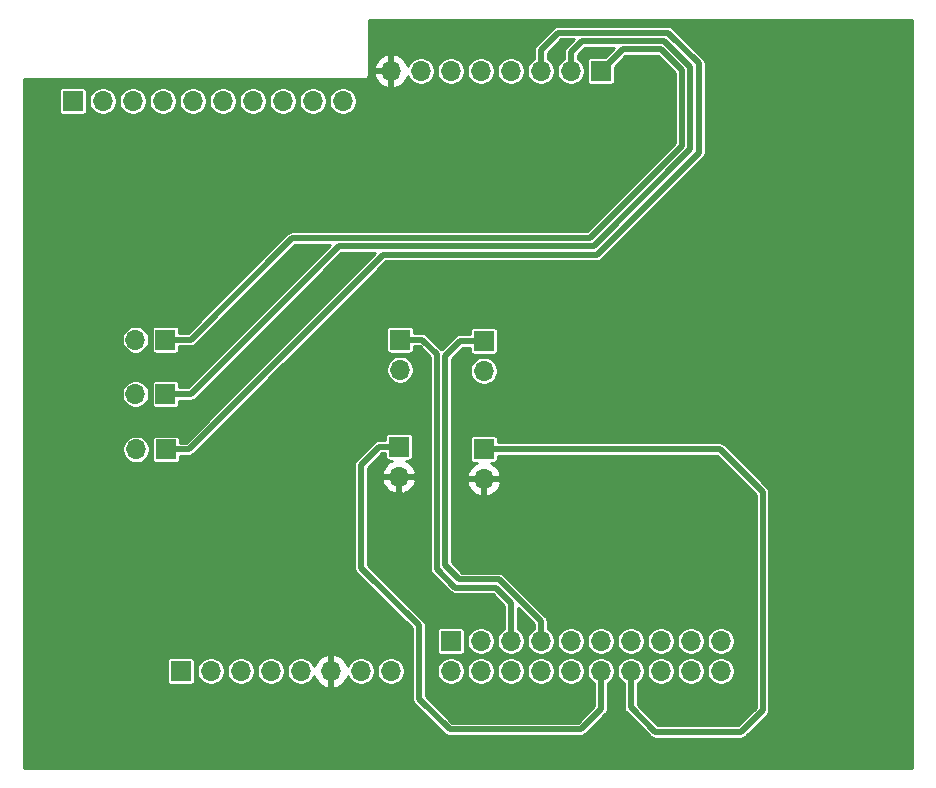
<source format=gbl>
G04 #@! TF.GenerationSoftware,KiCad,Pcbnew,(5.1.10)-1*
G04 #@! TF.CreationDate,2022-01-31T14:32:23+01:00*
G04 #@! TF.ProjectId,psoc_shield,70736f63-5f73-4686-9965-6c642e6b6963,rev?*
G04 #@! TF.SameCoordinates,Original*
G04 #@! TF.FileFunction,Copper,L2,Bot*
G04 #@! TF.FilePolarity,Positive*
%FSLAX46Y46*%
G04 Gerber Fmt 4.6, Leading zero omitted, Abs format (unit mm)*
G04 Created by KiCad (PCBNEW (5.1.10)-1) date 2022-01-31 14:32:23*
%MOMM*%
%LPD*%
G01*
G04 APERTURE LIST*
G04 #@! TA.AperFunction,ComponentPad*
%ADD10O,1.700000X1.700000*%
G04 #@! TD*
G04 #@! TA.AperFunction,ComponentPad*
%ADD11R,1.700000X1.700000*%
G04 #@! TD*
G04 #@! TA.AperFunction,Conductor*
%ADD12C,0.500000*%
G04 #@! TD*
G04 #@! TA.AperFunction,Conductor*
%ADD13C,0.254000*%
G04 #@! TD*
G04 #@! TA.AperFunction,Conductor*
%ADD14C,0.100000*%
G04 #@! TD*
G04 APERTURE END LIST*
D10*
X143800000Y-109700000D03*
D11*
X143800000Y-107160000D03*
D10*
X143800000Y-100540000D03*
D11*
X143800000Y-98000000D03*
D10*
X136600000Y-109500000D03*
D11*
X136600000Y-106960000D03*
D10*
X136700000Y-100440000D03*
D11*
X136700000Y-97900000D03*
D10*
X114360000Y-107200000D03*
D11*
X116900000Y-107200000D03*
D10*
X114310000Y-102500000D03*
D11*
X116850000Y-102500000D03*
D10*
X114310000Y-97900000D03*
D11*
X116850000Y-97900000D03*
D10*
X135920000Y-75157400D03*
X138460000Y-75157400D03*
X141000000Y-75157400D03*
X143540000Y-75157400D03*
X146080000Y-75157400D03*
X148620000Y-75157400D03*
X151160000Y-75157400D03*
D11*
X153700000Y-75157400D03*
X108996000Y-77705000D03*
D10*
X111536000Y-77705000D03*
X114076000Y-77705000D03*
X116616000Y-77705000D03*
X119156000Y-77705000D03*
X121696000Y-77705000D03*
X124236000Y-77705000D03*
X126776000Y-77705000D03*
X129316000Y-77705000D03*
X131856000Y-77705000D03*
D11*
X118140000Y-125965000D03*
D10*
X120680000Y-125965000D03*
X123220000Y-125965000D03*
X125760000Y-125965000D03*
X128300000Y-125965000D03*
X130840000Y-125965000D03*
X133380000Y-125965000D03*
X135920000Y-125965000D03*
X163860000Y-125965000D03*
X163860000Y-123425000D03*
X161320000Y-125965000D03*
X161320000Y-123425000D03*
X158780000Y-125965000D03*
X158780000Y-123425000D03*
X156240000Y-125965000D03*
X156240000Y-123425000D03*
X153700000Y-125965000D03*
X153700000Y-123425000D03*
X151160000Y-125965000D03*
X151160000Y-123425000D03*
X148620000Y-125965000D03*
X148620000Y-123425000D03*
X146080000Y-125965000D03*
X146080000Y-123425000D03*
X143540000Y-125965000D03*
X143540000Y-123425000D03*
X141000000Y-125965000D03*
D11*
X141000000Y-123425000D03*
D12*
X150100022Y-71899978D02*
X148620000Y-73380000D01*
X162000022Y-82079908D02*
X162000022Y-74520092D01*
X153379908Y-90700022D02*
X162000022Y-82079908D01*
X148620000Y-73380000D02*
X148620000Y-75157400D01*
X159379908Y-71899978D02*
X150100022Y-71899978D01*
X135299978Y-90700022D02*
X153379908Y-90700022D01*
X118800000Y-107200000D02*
X135299978Y-90700022D01*
X162000022Y-74520092D02*
X159379908Y-71899978D01*
X116900000Y-107200000D02*
X118800000Y-107200000D01*
X151160000Y-73540000D02*
X151160000Y-75157400D01*
X159089954Y-72599989D02*
X152100011Y-72599989D01*
X161300011Y-74810046D02*
X159089954Y-72599989D01*
X161300011Y-81789954D02*
X161300011Y-74810046D01*
X131499989Y-90000011D02*
X153089954Y-90000011D01*
X119000000Y-102500000D02*
X131499989Y-90000011D01*
X152100011Y-72599989D02*
X151160000Y-73540000D01*
X153089954Y-90000011D02*
X161300011Y-81789954D01*
X116850000Y-102500000D02*
X119000000Y-102500000D01*
X116850000Y-97900000D02*
X119000000Y-97900000D01*
X119000000Y-97900000D02*
X127600000Y-89300000D01*
X127600000Y-89300000D02*
X152800000Y-89300000D01*
X152800000Y-89300000D02*
X160600000Y-81500000D01*
X160600000Y-81500000D02*
X160600000Y-75100000D01*
X155557400Y-73300000D02*
X153700000Y-75157400D01*
X160600000Y-75100000D02*
X158800000Y-73300000D01*
X158800000Y-73300000D02*
X155557400Y-73300000D01*
X156240000Y-129040000D02*
X158300000Y-131100000D01*
X163760000Y-107160000D02*
X143800000Y-107160000D01*
X158300000Y-131100000D02*
X165600000Y-131100000D01*
X167400000Y-110800000D02*
X163760000Y-107160000D01*
X156240000Y-125965000D02*
X156240000Y-129040000D01*
X167400000Y-129300000D02*
X167400000Y-110800000D01*
X165600000Y-131100000D02*
X167400000Y-129300000D01*
X134940000Y-106960000D02*
X136600000Y-106960000D01*
X133400000Y-108500000D02*
X134940000Y-106960000D01*
X133400000Y-117200000D02*
X133400000Y-108500000D01*
X138300000Y-128300000D02*
X138300000Y-122100000D01*
X138300000Y-122100000D02*
X133400000Y-117200000D01*
X140900000Y-130900000D02*
X138300000Y-128300000D01*
X152000000Y-130900000D02*
X140900000Y-130900000D01*
X153700000Y-129200000D02*
X152000000Y-130900000D01*
X153700000Y-125965000D02*
X153700000Y-129200000D01*
X143800000Y-98000000D02*
X141800000Y-98000000D01*
X140500010Y-117010048D02*
X141689952Y-118199990D01*
X141689952Y-118199990D02*
X145089953Y-118199990D01*
X141800000Y-98000000D02*
X140500010Y-99299990D01*
X145089953Y-118199990D02*
X148620000Y-121730037D01*
X148620000Y-121730037D02*
X148620000Y-123425000D01*
X140500010Y-99299990D02*
X140500010Y-117010048D01*
X139800000Y-99100000D02*
X139800000Y-117300000D01*
X139800000Y-117300000D02*
X141400000Y-118900000D01*
X141400000Y-118900000D02*
X144800000Y-118900000D01*
X144800000Y-118900000D02*
X146080000Y-120180000D01*
X146080000Y-120180000D02*
X146080000Y-123425000D01*
X138600000Y-97900000D02*
X139800000Y-99100000D01*
X136700000Y-97900000D02*
X138600000Y-97900000D01*
D13*
X180048000Y-134148000D02*
X104852000Y-134148000D01*
X104852000Y-125115000D01*
X116961418Y-125115000D01*
X116961418Y-126815000D01*
X116967732Y-126879103D01*
X116986430Y-126940743D01*
X117016794Y-126997550D01*
X117057657Y-127047343D01*
X117107450Y-127088206D01*
X117164257Y-127118570D01*
X117225897Y-127137268D01*
X117290000Y-127143582D01*
X118990000Y-127143582D01*
X119054103Y-127137268D01*
X119115743Y-127118570D01*
X119172550Y-127088206D01*
X119222343Y-127047343D01*
X119263206Y-126997550D01*
X119293570Y-126940743D01*
X119312268Y-126879103D01*
X119318582Y-126815000D01*
X119318582Y-125849076D01*
X119503000Y-125849076D01*
X119503000Y-126080924D01*
X119548231Y-126308318D01*
X119636956Y-126522519D01*
X119765764Y-126715294D01*
X119929706Y-126879236D01*
X120122481Y-127008044D01*
X120336682Y-127096769D01*
X120564076Y-127142000D01*
X120795924Y-127142000D01*
X121023318Y-127096769D01*
X121237519Y-127008044D01*
X121430294Y-126879236D01*
X121594236Y-126715294D01*
X121723044Y-126522519D01*
X121811769Y-126308318D01*
X121857000Y-126080924D01*
X121857000Y-125849076D01*
X122043000Y-125849076D01*
X122043000Y-126080924D01*
X122088231Y-126308318D01*
X122176956Y-126522519D01*
X122305764Y-126715294D01*
X122469706Y-126879236D01*
X122662481Y-127008044D01*
X122876682Y-127096769D01*
X123104076Y-127142000D01*
X123335924Y-127142000D01*
X123563318Y-127096769D01*
X123777519Y-127008044D01*
X123970294Y-126879236D01*
X124134236Y-126715294D01*
X124263044Y-126522519D01*
X124351769Y-126308318D01*
X124397000Y-126080924D01*
X124397000Y-125849076D01*
X124583000Y-125849076D01*
X124583000Y-126080924D01*
X124628231Y-126308318D01*
X124716956Y-126522519D01*
X124845764Y-126715294D01*
X125009706Y-126879236D01*
X125202481Y-127008044D01*
X125416682Y-127096769D01*
X125644076Y-127142000D01*
X125875924Y-127142000D01*
X126103318Y-127096769D01*
X126317519Y-127008044D01*
X126510294Y-126879236D01*
X126674236Y-126715294D01*
X126803044Y-126522519D01*
X126891769Y-126308318D01*
X126937000Y-126080924D01*
X126937000Y-125849076D01*
X127123000Y-125849076D01*
X127123000Y-126080924D01*
X127168231Y-126308318D01*
X127256956Y-126522519D01*
X127385764Y-126715294D01*
X127549706Y-126879236D01*
X127742481Y-127008044D01*
X127956682Y-127096769D01*
X128184076Y-127142000D01*
X128415924Y-127142000D01*
X128643318Y-127096769D01*
X128857519Y-127008044D01*
X129050294Y-126879236D01*
X129214236Y-126715294D01*
X129343044Y-126522519D01*
X129411264Y-126357821D01*
X129495843Y-126596252D01*
X129644822Y-126846355D01*
X129839731Y-127062588D01*
X130073080Y-127236641D01*
X130335901Y-127361825D01*
X130483110Y-127406476D01*
X130713000Y-127285155D01*
X130713000Y-126092000D01*
X130693000Y-126092000D01*
X130693000Y-125838000D01*
X130713000Y-125838000D01*
X130713000Y-124644845D01*
X130967000Y-124644845D01*
X130967000Y-125838000D01*
X130987000Y-125838000D01*
X130987000Y-126092000D01*
X130967000Y-126092000D01*
X130967000Y-127285155D01*
X131196890Y-127406476D01*
X131344099Y-127361825D01*
X131606920Y-127236641D01*
X131840269Y-127062588D01*
X132035178Y-126846355D01*
X132184157Y-126596252D01*
X132268736Y-126357821D01*
X132336956Y-126522519D01*
X132465764Y-126715294D01*
X132629706Y-126879236D01*
X132822481Y-127008044D01*
X133036682Y-127096769D01*
X133264076Y-127142000D01*
X133495924Y-127142000D01*
X133723318Y-127096769D01*
X133937519Y-127008044D01*
X134130294Y-126879236D01*
X134294236Y-126715294D01*
X134423044Y-126522519D01*
X134511769Y-126308318D01*
X134557000Y-126080924D01*
X134557000Y-125849076D01*
X134743000Y-125849076D01*
X134743000Y-126080924D01*
X134788231Y-126308318D01*
X134876956Y-126522519D01*
X135005764Y-126715294D01*
X135169706Y-126879236D01*
X135362481Y-127008044D01*
X135576682Y-127096769D01*
X135804076Y-127142000D01*
X136035924Y-127142000D01*
X136263318Y-127096769D01*
X136477519Y-127008044D01*
X136670294Y-126879236D01*
X136834236Y-126715294D01*
X136963044Y-126522519D01*
X137051769Y-126308318D01*
X137097000Y-126080924D01*
X137097000Y-125849076D01*
X137051769Y-125621682D01*
X136963044Y-125407481D01*
X136834236Y-125214706D01*
X136670294Y-125050764D01*
X136477519Y-124921956D01*
X136263318Y-124833231D01*
X136035924Y-124788000D01*
X135804076Y-124788000D01*
X135576682Y-124833231D01*
X135362481Y-124921956D01*
X135169706Y-125050764D01*
X135005764Y-125214706D01*
X134876956Y-125407481D01*
X134788231Y-125621682D01*
X134743000Y-125849076D01*
X134557000Y-125849076D01*
X134511769Y-125621682D01*
X134423044Y-125407481D01*
X134294236Y-125214706D01*
X134130294Y-125050764D01*
X133937519Y-124921956D01*
X133723318Y-124833231D01*
X133495924Y-124788000D01*
X133264076Y-124788000D01*
X133036682Y-124833231D01*
X132822481Y-124921956D01*
X132629706Y-125050764D01*
X132465764Y-125214706D01*
X132336956Y-125407481D01*
X132268736Y-125572179D01*
X132184157Y-125333748D01*
X132035178Y-125083645D01*
X131840269Y-124867412D01*
X131606920Y-124693359D01*
X131344099Y-124568175D01*
X131196890Y-124523524D01*
X130967000Y-124644845D01*
X130713000Y-124644845D01*
X130483110Y-124523524D01*
X130335901Y-124568175D01*
X130073080Y-124693359D01*
X129839731Y-124867412D01*
X129644822Y-125083645D01*
X129495843Y-125333748D01*
X129411264Y-125572179D01*
X129343044Y-125407481D01*
X129214236Y-125214706D01*
X129050294Y-125050764D01*
X128857519Y-124921956D01*
X128643318Y-124833231D01*
X128415924Y-124788000D01*
X128184076Y-124788000D01*
X127956682Y-124833231D01*
X127742481Y-124921956D01*
X127549706Y-125050764D01*
X127385764Y-125214706D01*
X127256956Y-125407481D01*
X127168231Y-125621682D01*
X127123000Y-125849076D01*
X126937000Y-125849076D01*
X126891769Y-125621682D01*
X126803044Y-125407481D01*
X126674236Y-125214706D01*
X126510294Y-125050764D01*
X126317519Y-124921956D01*
X126103318Y-124833231D01*
X125875924Y-124788000D01*
X125644076Y-124788000D01*
X125416682Y-124833231D01*
X125202481Y-124921956D01*
X125009706Y-125050764D01*
X124845764Y-125214706D01*
X124716956Y-125407481D01*
X124628231Y-125621682D01*
X124583000Y-125849076D01*
X124397000Y-125849076D01*
X124351769Y-125621682D01*
X124263044Y-125407481D01*
X124134236Y-125214706D01*
X123970294Y-125050764D01*
X123777519Y-124921956D01*
X123563318Y-124833231D01*
X123335924Y-124788000D01*
X123104076Y-124788000D01*
X122876682Y-124833231D01*
X122662481Y-124921956D01*
X122469706Y-125050764D01*
X122305764Y-125214706D01*
X122176956Y-125407481D01*
X122088231Y-125621682D01*
X122043000Y-125849076D01*
X121857000Y-125849076D01*
X121811769Y-125621682D01*
X121723044Y-125407481D01*
X121594236Y-125214706D01*
X121430294Y-125050764D01*
X121237519Y-124921956D01*
X121023318Y-124833231D01*
X120795924Y-124788000D01*
X120564076Y-124788000D01*
X120336682Y-124833231D01*
X120122481Y-124921956D01*
X119929706Y-125050764D01*
X119765764Y-125214706D01*
X119636956Y-125407481D01*
X119548231Y-125621682D01*
X119503000Y-125849076D01*
X119318582Y-125849076D01*
X119318582Y-125115000D01*
X119312268Y-125050897D01*
X119293570Y-124989257D01*
X119263206Y-124932450D01*
X119222343Y-124882657D01*
X119172550Y-124841794D01*
X119115743Y-124811430D01*
X119054103Y-124792732D01*
X118990000Y-124786418D01*
X117290000Y-124786418D01*
X117225897Y-124792732D01*
X117164257Y-124811430D01*
X117107450Y-124841794D01*
X117057657Y-124882657D01*
X117016794Y-124932450D01*
X116986430Y-124989257D01*
X116967732Y-125050897D01*
X116961418Y-125115000D01*
X104852000Y-125115000D01*
X104852000Y-108500000D01*
X132820210Y-108500000D01*
X132823001Y-108528341D01*
X132823000Y-117171669D01*
X132820210Y-117200000D01*
X132823000Y-117228331D01*
X132823000Y-117228335D01*
X132825334Y-117252028D01*
X132831349Y-117313111D01*
X132837129Y-117332163D01*
X132864343Y-117421875D01*
X132917921Y-117522114D01*
X132990026Y-117609974D01*
X133012038Y-117628039D01*
X137723001Y-122339002D01*
X137723000Y-128271669D01*
X137720210Y-128300000D01*
X137731349Y-128413111D01*
X137745637Y-128460210D01*
X137764343Y-128521875D01*
X137817921Y-128622114D01*
X137890026Y-128709974D01*
X137912038Y-128728039D01*
X140471965Y-131287967D01*
X140490026Y-131309974D01*
X140512033Y-131328035D01*
X140512035Y-131328037D01*
X140531980Y-131344405D01*
X140577885Y-131382079D01*
X140678124Y-131435657D01*
X140786888Y-131468650D01*
X140871664Y-131477000D01*
X140871670Y-131477000D01*
X140899999Y-131479790D01*
X140928328Y-131477000D01*
X151971669Y-131477000D01*
X152000000Y-131479790D01*
X152028331Y-131477000D01*
X152028336Y-131477000D01*
X152058045Y-131474074D01*
X152113111Y-131468651D01*
X152157770Y-131455103D01*
X152221876Y-131435657D01*
X152322115Y-131382079D01*
X152409974Y-131309974D01*
X152428039Y-131287962D01*
X154087967Y-129628035D01*
X154109974Y-129609974D01*
X154182079Y-129522115D01*
X154235657Y-129421876D01*
X154268650Y-129313112D01*
X154277000Y-129228336D01*
X154277000Y-129228330D01*
X154279790Y-129200001D01*
X154277000Y-129171672D01*
X154277000Y-126995027D01*
X154450294Y-126879236D01*
X154614236Y-126715294D01*
X154743044Y-126522519D01*
X154831769Y-126308318D01*
X154877000Y-126080924D01*
X154877000Y-125849076D01*
X154831769Y-125621682D01*
X154743044Y-125407481D01*
X154614236Y-125214706D01*
X154450294Y-125050764D01*
X154257519Y-124921956D01*
X154043318Y-124833231D01*
X153815924Y-124788000D01*
X153584076Y-124788000D01*
X153356682Y-124833231D01*
X153142481Y-124921956D01*
X152949706Y-125050764D01*
X152785764Y-125214706D01*
X152656956Y-125407481D01*
X152568231Y-125621682D01*
X152523000Y-125849076D01*
X152523000Y-126080924D01*
X152568231Y-126308318D01*
X152656956Y-126522519D01*
X152785764Y-126715294D01*
X152949706Y-126879236D01*
X153123000Y-126995027D01*
X153123001Y-128960997D01*
X151760999Y-130323000D01*
X141139002Y-130323000D01*
X138877000Y-128060999D01*
X138877000Y-125849076D01*
X139823000Y-125849076D01*
X139823000Y-126080924D01*
X139868231Y-126308318D01*
X139956956Y-126522519D01*
X140085764Y-126715294D01*
X140249706Y-126879236D01*
X140442481Y-127008044D01*
X140656682Y-127096769D01*
X140884076Y-127142000D01*
X141115924Y-127142000D01*
X141343318Y-127096769D01*
X141557519Y-127008044D01*
X141750294Y-126879236D01*
X141914236Y-126715294D01*
X142043044Y-126522519D01*
X142131769Y-126308318D01*
X142177000Y-126080924D01*
X142177000Y-125849076D01*
X142363000Y-125849076D01*
X142363000Y-126080924D01*
X142408231Y-126308318D01*
X142496956Y-126522519D01*
X142625764Y-126715294D01*
X142789706Y-126879236D01*
X142982481Y-127008044D01*
X143196682Y-127096769D01*
X143424076Y-127142000D01*
X143655924Y-127142000D01*
X143883318Y-127096769D01*
X144097519Y-127008044D01*
X144290294Y-126879236D01*
X144454236Y-126715294D01*
X144583044Y-126522519D01*
X144671769Y-126308318D01*
X144717000Y-126080924D01*
X144717000Y-125849076D01*
X144903000Y-125849076D01*
X144903000Y-126080924D01*
X144948231Y-126308318D01*
X145036956Y-126522519D01*
X145165764Y-126715294D01*
X145329706Y-126879236D01*
X145522481Y-127008044D01*
X145736682Y-127096769D01*
X145964076Y-127142000D01*
X146195924Y-127142000D01*
X146423318Y-127096769D01*
X146637519Y-127008044D01*
X146830294Y-126879236D01*
X146994236Y-126715294D01*
X147123044Y-126522519D01*
X147211769Y-126308318D01*
X147257000Y-126080924D01*
X147257000Y-125849076D01*
X147443000Y-125849076D01*
X147443000Y-126080924D01*
X147488231Y-126308318D01*
X147576956Y-126522519D01*
X147705764Y-126715294D01*
X147869706Y-126879236D01*
X148062481Y-127008044D01*
X148276682Y-127096769D01*
X148504076Y-127142000D01*
X148735924Y-127142000D01*
X148963318Y-127096769D01*
X149177519Y-127008044D01*
X149370294Y-126879236D01*
X149534236Y-126715294D01*
X149663044Y-126522519D01*
X149751769Y-126308318D01*
X149797000Y-126080924D01*
X149797000Y-125849076D01*
X149983000Y-125849076D01*
X149983000Y-126080924D01*
X150028231Y-126308318D01*
X150116956Y-126522519D01*
X150245764Y-126715294D01*
X150409706Y-126879236D01*
X150602481Y-127008044D01*
X150816682Y-127096769D01*
X151044076Y-127142000D01*
X151275924Y-127142000D01*
X151503318Y-127096769D01*
X151717519Y-127008044D01*
X151910294Y-126879236D01*
X152074236Y-126715294D01*
X152203044Y-126522519D01*
X152291769Y-126308318D01*
X152337000Y-126080924D01*
X152337000Y-125849076D01*
X152291769Y-125621682D01*
X152203044Y-125407481D01*
X152074236Y-125214706D01*
X151910294Y-125050764D01*
X151717519Y-124921956D01*
X151503318Y-124833231D01*
X151275924Y-124788000D01*
X151044076Y-124788000D01*
X150816682Y-124833231D01*
X150602481Y-124921956D01*
X150409706Y-125050764D01*
X150245764Y-125214706D01*
X150116956Y-125407481D01*
X150028231Y-125621682D01*
X149983000Y-125849076D01*
X149797000Y-125849076D01*
X149751769Y-125621682D01*
X149663044Y-125407481D01*
X149534236Y-125214706D01*
X149370294Y-125050764D01*
X149177519Y-124921956D01*
X148963318Y-124833231D01*
X148735924Y-124788000D01*
X148504076Y-124788000D01*
X148276682Y-124833231D01*
X148062481Y-124921956D01*
X147869706Y-125050764D01*
X147705764Y-125214706D01*
X147576956Y-125407481D01*
X147488231Y-125621682D01*
X147443000Y-125849076D01*
X147257000Y-125849076D01*
X147211769Y-125621682D01*
X147123044Y-125407481D01*
X146994236Y-125214706D01*
X146830294Y-125050764D01*
X146637519Y-124921956D01*
X146423318Y-124833231D01*
X146195924Y-124788000D01*
X145964076Y-124788000D01*
X145736682Y-124833231D01*
X145522481Y-124921956D01*
X145329706Y-125050764D01*
X145165764Y-125214706D01*
X145036956Y-125407481D01*
X144948231Y-125621682D01*
X144903000Y-125849076D01*
X144717000Y-125849076D01*
X144671769Y-125621682D01*
X144583044Y-125407481D01*
X144454236Y-125214706D01*
X144290294Y-125050764D01*
X144097519Y-124921956D01*
X143883318Y-124833231D01*
X143655924Y-124788000D01*
X143424076Y-124788000D01*
X143196682Y-124833231D01*
X142982481Y-124921956D01*
X142789706Y-125050764D01*
X142625764Y-125214706D01*
X142496956Y-125407481D01*
X142408231Y-125621682D01*
X142363000Y-125849076D01*
X142177000Y-125849076D01*
X142131769Y-125621682D01*
X142043044Y-125407481D01*
X141914236Y-125214706D01*
X141750294Y-125050764D01*
X141557519Y-124921956D01*
X141343318Y-124833231D01*
X141115924Y-124788000D01*
X140884076Y-124788000D01*
X140656682Y-124833231D01*
X140442481Y-124921956D01*
X140249706Y-125050764D01*
X140085764Y-125214706D01*
X139956956Y-125407481D01*
X139868231Y-125621682D01*
X139823000Y-125849076D01*
X138877000Y-125849076D01*
X138877000Y-122575000D01*
X139821418Y-122575000D01*
X139821418Y-124275000D01*
X139827732Y-124339103D01*
X139846430Y-124400743D01*
X139876794Y-124457550D01*
X139917657Y-124507343D01*
X139967450Y-124548206D01*
X140024257Y-124578570D01*
X140085897Y-124597268D01*
X140150000Y-124603582D01*
X141850000Y-124603582D01*
X141914103Y-124597268D01*
X141975743Y-124578570D01*
X142032550Y-124548206D01*
X142082343Y-124507343D01*
X142123206Y-124457550D01*
X142153570Y-124400743D01*
X142172268Y-124339103D01*
X142178582Y-124275000D01*
X142178582Y-123309076D01*
X142363000Y-123309076D01*
X142363000Y-123540924D01*
X142408231Y-123768318D01*
X142496956Y-123982519D01*
X142625764Y-124175294D01*
X142789706Y-124339236D01*
X142982481Y-124468044D01*
X143196682Y-124556769D01*
X143424076Y-124602000D01*
X143655924Y-124602000D01*
X143883318Y-124556769D01*
X144097519Y-124468044D01*
X144290294Y-124339236D01*
X144454236Y-124175294D01*
X144583044Y-123982519D01*
X144671769Y-123768318D01*
X144717000Y-123540924D01*
X144717000Y-123309076D01*
X144671769Y-123081682D01*
X144583044Y-122867481D01*
X144454236Y-122674706D01*
X144290294Y-122510764D01*
X144097519Y-122381956D01*
X143883318Y-122293231D01*
X143655924Y-122248000D01*
X143424076Y-122248000D01*
X143196682Y-122293231D01*
X142982481Y-122381956D01*
X142789706Y-122510764D01*
X142625764Y-122674706D01*
X142496956Y-122867481D01*
X142408231Y-123081682D01*
X142363000Y-123309076D01*
X142178582Y-123309076D01*
X142178582Y-122575000D01*
X142172268Y-122510897D01*
X142153570Y-122449257D01*
X142123206Y-122392450D01*
X142082343Y-122342657D01*
X142032550Y-122301794D01*
X141975743Y-122271430D01*
X141914103Y-122252732D01*
X141850000Y-122246418D01*
X140150000Y-122246418D01*
X140085897Y-122252732D01*
X140024257Y-122271430D01*
X139967450Y-122301794D01*
X139917657Y-122342657D01*
X139876794Y-122392450D01*
X139846430Y-122449257D01*
X139827732Y-122510897D01*
X139821418Y-122575000D01*
X138877000Y-122575000D01*
X138877000Y-122128328D01*
X138879790Y-122099999D01*
X138877000Y-122071670D01*
X138877000Y-122071664D01*
X138868650Y-121986888D01*
X138835657Y-121878124D01*
X138782079Y-121777885D01*
X138709974Y-121690026D01*
X138687962Y-121671961D01*
X133977000Y-116960999D01*
X133977000Y-109856890D01*
X135158524Y-109856890D01*
X135203175Y-110004099D01*
X135328359Y-110266920D01*
X135502412Y-110500269D01*
X135718645Y-110695178D01*
X135968748Y-110844157D01*
X136243109Y-110941481D01*
X136473000Y-110820814D01*
X136473000Y-109627000D01*
X136727000Y-109627000D01*
X136727000Y-110820814D01*
X136956891Y-110941481D01*
X137231252Y-110844157D01*
X137481355Y-110695178D01*
X137697588Y-110500269D01*
X137871641Y-110266920D01*
X137996825Y-110004099D01*
X138041476Y-109856890D01*
X137920155Y-109627000D01*
X136727000Y-109627000D01*
X136473000Y-109627000D01*
X135279845Y-109627000D01*
X135158524Y-109856890D01*
X133977000Y-109856890D01*
X133977000Y-108739001D01*
X135179001Y-107537000D01*
X135421418Y-107537000D01*
X135421418Y-107810000D01*
X135427732Y-107874103D01*
X135446430Y-107935743D01*
X135476794Y-107992550D01*
X135517657Y-108042343D01*
X135567450Y-108083206D01*
X135624257Y-108113570D01*
X135685897Y-108132268D01*
X135750000Y-108138582D01*
X136017408Y-108138582D01*
X135968748Y-108155843D01*
X135718645Y-108304822D01*
X135502412Y-108499731D01*
X135328359Y-108733080D01*
X135203175Y-108995901D01*
X135158524Y-109143110D01*
X135279845Y-109373000D01*
X136473000Y-109373000D01*
X136473000Y-109353000D01*
X136727000Y-109353000D01*
X136727000Y-109373000D01*
X137920155Y-109373000D01*
X138041476Y-109143110D01*
X137996825Y-108995901D01*
X137871641Y-108733080D01*
X137697588Y-108499731D01*
X137481355Y-108304822D01*
X137231252Y-108155843D01*
X137182592Y-108138582D01*
X137450000Y-108138582D01*
X137514103Y-108132268D01*
X137575743Y-108113570D01*
X137632550Y-108083206D01*
X137682343Y-108042343D01*
X137723206Y-107992550D01*
X137753570Y-107935743D01*
X137772268Y-107874103D01*
X137778582Y-107810000D01*
X137778582Y-106110000D01*
X137772268Y-106045897D01*
X137753570Y-105984257D01*
X137723206Y-105927450D01*
X137682343Y-105877657D01*
X137632550Y-105836794D01*
X137575743Y-105806430D01*
X137514103Y-105787732D01*
X137450000Y-105781418D01*
X135750000Y-105781418D01*
X135685897Y-105787732D01*
X135624257Y-105806430D01*
X135567450Y-105836794D01*
X135517657Y-105877657D01*
X135476794Y-105927450D01*
X135446430Y-105984257D01*
X135427732Y-106045897D01*
X135421418Y-106110000D01*
X135421418Y-106383000D01*
X134968331Y-106383000D01*
X134940000Y-106380210D01*
X134911669Y-106383000D01*
X134911664Y-106383000D01*
X134884886Y-106385637D01*
X134826888Y-106391349D01*
X134762782Y-106410796D01*
X134718124Y-106424343D01*
X134617885Y-106477921D01*
X134530026Y-106550026D01*
X134511961Y-106572038D01*
X133012034Y-108071965D01*
X132990027Y-108090026D01*
X132971966Y-108112033D01*
X132971963Y-108112036D01*
X132950178Y-108138582D01*
X132917922Y-108177885D01*
X132874823Y-108258519D01*
X132864344Y-108278124D01*
X132831349Y-108386889D01*
X132820210Y-108500000D01*
X104852000Y-108500000D01*
X104852000Y-107084076D01*
X113183000Y-107084076D01*
X113183000Y-107315924D01*
X113228231Y-107543318D01*
X113316956Y-107757519D01*
X113445764Y-107950294D01*
X113609706Y-108114236D01*
X113802481Y-108243044D01*
X114016682Y-108331769D01*
X114244076Y-108377000D01*
X114475924Y-108377000D01*
X114703318Y-108331769D01*
X114917519Y-108243044D01*
X115110294Y-108114236D01*
X115274236Y-107950294D01*
X115403044Y-107757519D01*
X115491769Y-107543318D01*
X115537000Y-107315924D01*
X115537000Y-107084076D01*
X115491769Y-106856682D01*
X115403044Y-106642481D01*
X115274236Y-106449706D01*
X115110294Y-106285764D01*
X114917519Y-106156956D01*
X114703318Y-106068231D01*
X114475924Y-106023000D01*
X114244076Y-106023000D01*
X114016682Y-106068231D01*
X113802481Y-106156956D01*
X113609706Y-106285764D01*
X113445764Y-106449706D01*
X113316956Y-106642481D01*
X113228231Y-106856682D01*
X113183000Y-107084076D01*
X104852000Y-107084076D01*
X104852000Y-102384076D01*
X113133000Y-102384076D01*
X113133000Y-102615924D01*
X113178231Y-102843318D01*
X113266956Y-103057519D01*
X113395764Y-103250294D01*
X113559706Y-103414236D01*
X113752481Y-103543044D01*
X113966682Y-103631769D01*
X114194076Y-103677000D01*
X114425924Y-103677000D01*
X114653318Y-103631769D01*
X114867519Y-103543044D01*
X115060294Y-103414236D01*
X115224236Y-103250294D01*
X115353044Y-103057519D01*
X115441769Y-102843318D01*
X115487000Y-102615924D01*
X115487000Y-102384076D01*
X115441769Y-102156682D01*
X115353044Y-101942481D01*
X115224236Y-101749706D01*
X115060294Y-101585764D01*
X114867519Y-101456956D01*
X114653318Y-101368231D01*
X114425924Y-101323000D01*
X114194076Y-101323000D01*
X113966682Y-101368231D01*
X113752481Y-101456956D01*
X113559706Y-101585764D01*
X113395764Y-101749706D01*
X113266956Y-101942481D01*
X113178231Y-102156682D01*
X113133000Y-102384076D01*
X104852000Y-102384076D01*
X104852000Y-97784076D01*
X113133000Y-97784076D01*
X113133000Y-98015924D01*
X113178231Y-98243318D01*
X113266956Y-98457519D01*
X113395764Y-98650294D01*
X113559706Y-98814236D01*
X113752481Y-98943044D01*
X113966682Y-99031769D01*
X114194076Y-99077000D01*
X114425924Y-99077000D01*
X114653318Y-99031769D01*
X114867519Y-98943044D01*
X115060294Y-98814236D01*
X115224236Y-98650294D01*
X115353044Y-98457519D01*
X115441769Y-98243318D01*
X115487000Y-98015924D01*
X115487000Y-97784076D01*
X115441769Y-97556682D01*
X115353044Y-97342481D01*
X115224236Y-97149706D01*
X115124530Y-97050000D01*
X115671418Y-97050000D01*
X115671418Y-98750000D01*
X115677732Y-98814103D01*
X115696430Y-98875743D01*
X115726794Y-98932550D01*
X115767657Y-98982343D01*
X115817450Y-99023206D01*
X115874257Y-99053570D01*
X115935897Y-99072268D01*
X116000000Y-99078582D01*
X117700000Y-99078582D01*
X117764103Y-99072268D01*
X117825743Y-99053570D01*
X117882550Y-99023206D01*
X117932343Y-98982343D01*
X117973206Y-98932550D01*
X118003570Y-98875743D01*
X118022268Y-98814103D01*
X118028582Y-98750000D01*
X118028582Y-98477000D01*
X118971669Y-98477000D01*
X119000000Y-98479790D01*
X119028331Y-98477000D01*
X119028336Y-98477000D01*
X119058045Y-98474074D01*
X119113111Y-98468651D01*
X119157770Y-98455103D01*
X119221876Y-98435657D01*
X119322115Y-98382079D01*
X119409974Y-98309974D01*
X119428039Y-98287962D01*
X127839001Y-89877000D01*
X130806998Y-89877000D01*
X118760999Y-101923000D01*
X118028582Y-101923000D01*
X118028582Y-101650000D01*
X118022268Y-101585897D01*
X118003570Y-101524257D01*
X117973206Y-101467450D01*
X117932343Y-101417657D01*
X117882550Y-101376794D01*
X117825743Y-101346430D01*
X117764103Y-101327732D01*
X117700000Y-101321418D01*
X116000000Y-101321418D01*
X115935897Y-101327732D01*
X115874257Y-101346430D01*
X115817450Y-101376794D01*
X115767657Y-101417657D01*
X115726794Y-101467450D01*
X115696430Y-101524257D01*
X115677732Y-101585897D01*
X115671418Y-101650000D01*
X115671418Y-103350000D01*
X115677732Y-103414103D01*
X115696430Y-103475743D01*
X115726794Y-103532550D01*
X115767657Y-103582343D01*
X115817450Y-103623206D01*
X115874257Y-103653570D01*
X115935897Y-103672268D01*
X116000000Y-103678582D01*
X117700000Y-103678582D01*
X117764103Y-103672268D01*
X117825743Y-103653570D01*
X117882550Y-103623206D01*
X117932343Y-103582343D01*
X117973206Y-103532550D01*
X118003570Y-103475743D01*
X118022268Y-103414103D01*
X118028582Y-103350000D01*
X118028582Y-103077000D01*
X118971669Y-103077000D01*
X119000000Y-103079790D01*
X119028331Y-103077000D01*
X119028336Y-103077000D01*
X119058045Y-103074074D01*
X119113111Y-103068651D01*
X119157770Y-103055103D01*
X119221876Y-103035657D01*
X119322115Y-102982079D01*
X119409974Y-102909974D01*
X119428039Y-102887962D01*
X131738991Y-90577011D01*
X134606988Y-90577011D01*
X118560999Y-106623000D01*
X118078582Y-106623000D01*
X118078582Y-106350000D01*
X118072268Y-106285897D01*
X118053570Y-106224257D01*
X118023206Y-106167450D01*
X117982343Y-106117657D01*
X117932550Y-106076794D01*
X117875743Y-106046430D01*
X117814103Y-106027732D01*
X117750000Y-106021418D01*
X116050000Y-106021418D01*
X115985897Y-106027732D01*
X115924257Y-106046430D01*
X115867450Y-106076794D01*
X115817657Y-106117657D01*
X115776794Y-106167450D01*
X115746430Y-106224257D01*
X115727732Y-106285897D01*
X115721418Y-106350000D01*
X115721418Y-108050000D01*
X115727732Y-108114103D01*
X115746430Y-108175743D01*
X115776794Y-108232550D01*
X115817657Y-108282343D01*
X115867450Y-108323206D01*
X115924257Y-108353570D01*
X115985897Y-108372268D01*
X116050000Y-108378582D01*
X117750000Y-108378582D01*
X117814103Y-108372268D01*
X117875743Y-108353570D01*
X117932550Y-108323206D01*
X117982343Y-108282343D01*
X118023206Y-108232550D01*
X118053570Y-108175743D01*
X118072268Y-108114103D01*
X118078582Y-108050000D01*
X118078582Y-107777000D01*
X118771669Y-107777000D01*
X118800000Y-107779790D01*
X118828331Y-107777000D01*
X118828336Y-107777000D01*
X118858045Y-107774074D01*
X118913111Y-107768651D01*
X118957770Y-107755103D01*
X119021876Y-107735657D01*
X119122115Y-107682079D01*
X119209974Y-107609974D01*
X119228039Y-107587962D01*
X126491925Y-100324076D01*
X135523000Y-100324076D01*
X135523000Y-100555924D01*
X135568231Y-100783318D01*
X135656956Y-100997519D01*
X135785764Y-101190294D01*
X135949706Y-101354236D01*
X136142481Y-101483044D01*
X136356682Y-101571769D01*
X136584076Y-101617000D01*
X136815924Y-101617000D01*
X137043318Y-101571769D01*
X137257519Y-101483044D01*
X137450294Y-101354236D01*
X137614236Y-101190294D01*
X137743044Y-100997519D01*
X137831769Y-100783318D01*
X137877000Y-100555924D01*
X137877000Y-100324076D01*
X137831769Y-100096682D01*
X137743044Y-99882481D01*
X137614236Y-99689706D01*
X137450294Y-99525764D01*
X137257519Y-99396956D01*
X137043318Y-99308231D01*
X136815924Y-99263000D01*
X136584076Y-99263000D01*
X136356682Y-99308231D01*
X136142481Y-99396956D01*
X135949706Y-99525764D01*
X135785764Y-99689706D01*
X135656956Y-99882481D01*
X135568231Y-100096682D01*
X135523000Y-100324076D01*
X126491925Y-100324076D01*
X129766001Y-97050000D01*
X135521418Y-97050000D01*
X135521418Y-98750000D01*
X135527732Y-98814103D01*
X135546430Y-98875743D01*
X135576794Y-98932550D01*
X135617657Y-98982343D01*
X135667450Y-99023206D01*
X135724257Y-99053570D01*
X135785897Y-99072268D01*
X135850000Y-99078582D01*
X137550000Y-99078582D01*
X137614103Y-99072268D01*
X137675743Y-99053570D01*
X137732550Y-99023206D01*
X137782343Y-98982343D01*
X137823206Y-98932550D01*
X137853570Y-98875743D01*
X137872268Y-98814103D01*
X137878582Y-98750000D01*
X137878582Y-98477000D01*
X138360999Y-98477000D01*
X139223000Y-99339001D01*
X139223001Y-117271659D01*
X139220210Y-117300000D01*
X139231349Y-117413111D01*
X139264344Y-117521876D01*
X139317922Y-117622115D01*
X139325493Y-117631340D01*
X139371963Y-117687964D01*
X139371966Y-117687967D01*
X139390027Y-117709974D01*
X139412034Y-117728035D01*
X140971961Y-119287962D01*
X140990026Y-119309974D01*
X141077885Y-119382079D01*
X141178124Y-119435657D01*
X141222782Y-119449204D01*
X141286888Y-119468651D01*
X141400000Y-119479791D01*
X141428339Y-119477000D01*
X144560999Y-119477000D01*
X145503000Y-120419001D01*
X145503001Y-122394972D01*
X145329706Y-122510764D01*
X145165764Y-122674706D01*
X145036956Y-122867481D01*
X144948231Y-123081682D01*
X144903000Y-123309076D01*
X144903000Y-123540924D01*
X144948231Y-123768318D01*
X145036956Y-123982519D01*
X145165764Y-124175294D01*
X145329706Y-124339236D01*
X145522481Y-124468044D01*
X145736682Y-124556769D01*
X145964076Y-124602000D01*
X146195924Y-124602000D01*
X146423318Y-124556769D01*
X146637519Y-124468044D01*
X146830294Y-124339236D01*
X146994236Y-124175294D01*
X147123044Y-123982519D01*
X147211769Y-123768318D01*
X147257000Y-123540924D01*
X147257000Y-123309076D01*
X147211769Y-123081682D01*
X147123044Y-122867481D01*
X146994236Y-122674706D01*
X146830294Y-122510764D01*
X146657000Y-122394973D01*
X146657000Y-120583038D01*
X148043000Y-121969038D01*
X148043000Y-122394973D01*
X147869706Y-122510764D01*
X147705764Y-122674706D01*
X147576956Y-122867481D01*
X147488231Y-123081682D01*
X147443000Y-123309076D01*
X147443000Y-123540924D01*
X147488231Y-123768318D01*
X147576956Y-123982519D01*
X147705764Y-124175294D01*
X147869706Y-124339236D01*
X148062481Y-124468044D01*
X148276682Y-124556769D01*
X148504076Y-124602000D01*
X148735924Y-124602000D01*
X148963318Y-124556769D01*
X149177519Y-124468044D01*
X149370294Y-124339236D01*
X149534236Y-124175294D01*
X149663044Y-123982519D01*
X149751769Y-123768318D01*
X149797000Y-123540924D01*
X149797000Y-123309076D01*
X149983000Y-123309076D01*
X149983000Y-123540924D01*
X150028231Y-123768318D01*
X150116956Y-123982519D01*
X150245764Y-124175294D01*
X150409706Y-124339236D01*
X150602481Y-124468044D01*
X150816682Y-124556769D01*
X151044076Y-124602000D01*
X151275924Y-124602000D01*
X151503318Y-124556769D01*
X151717519Y-124468044D01*
X151910294Y-124339236D01*
X152074236Y-124175294D01*
X152203044Y-123982519D01*
X152291769Y-123768318D01*
X152337000Y-123540924D01*
X152337000Y-123309076D01*
X152523000Y-123309076D01*
X152523000Y-123540924D01*
X152568231Y-123768318D01*
X152656956Y-123982519D01*
X152785764Y-124175294D01*
X152949706Y-124339236D01*
X153142481Y-124468044D01*
X153356682Y-124556769D01*
X153584076Y-124602000D01*
X153815924Y-124602000D01*
X154043318Y-124556769D01*
X154257519Y-124468044D01*
X154450294Y-124339236D01*
X154614236Y-124175294D01*
X154743044Y-123982519D01*
X154831769Y-123768318D01*
X154877000Y-123540924D01*
X154877000Y-123309076D01*
X155063000Y-123309076D01*
X155063000Y-123540924D01*
X155108231Y-123768318D01*
X155196956Y-123982519D01*
X155325764Y-124175294D01*
X155489706Y-124339236D01*
X155682481Y-124468044D01*
X155896682Y-124556769D01*
X156124076Y-124602000D01*
X156355924Y-124602000D01*
X156583318Y-124556769D01*
X156797519Y-124468044D01*
X156990294Y-124339236D01*
X157154236Y-124175294D01*
X157283044Y-123982519D01*
X157371769Y-123768318D01*
X157417000Y-123540924D01*
X157417000Y-123309076D01*
X157603000Y-123309076D01*
X157603000Y-123540924D01*
X157648231Y-123768318D01*
X157736956Y-123982519D01*
X157865764Y-124175294D01*
X158029706Y-124339236D01*
X158222481Y-124468044D01*
X158436682Y-124556769D01*
X158664076Y-124602000D01*
X158895924Y-124602000D01*
X159123318Y-124556769D01*
X159337519Y-124468044D01*
X159530294Y-124339236D01*
X159694236Y-124175294D01*
X159823044Y-123982519D01*
X159911769Y-123768318D01*
X159957000Y-123540924D01*
X159957000Y-123309076D01*
X160143000Y-123309076D01*
X160143000Y-123540924D01*
X160188231Y-123768318D01*
X160276956Y-123982519D01*
X160405764Y-124175294D01*
X160569706Y-124339236D01*
X160762481Y-124468044D01*
X160976682Y-124556769D01*
X161204076Y-124602000D01*
X161435924Y-124602000D01*
X161663318Y-124556769D01*
X161877519Y-124468044D01*
X162070294Y-124339236D01*
X162234236Y-124175294D01*
X162363044Y-123982519D01*
X162451769Y-123768318D01*
X162497000Y-123540924D01*
X162497000Y-123309076D01*
X162683000Y-123309076D01*
X162683000Y-123540924D01*
X162728231Y-123768318D01*
X162816956Y-123982519D01*
X162945764Y-124175294D01*
X163109706Y-124339236D01*
X163302481Y-124468044D01*
X163516682Y-124556769D01*
X163744076Y-124602000D01*
X163975924Y-124602000D01*
X164203318Y-124556769D01*
X164417519Y-124468044D01*
X164610294Y-124339236D01*
X164774236Y-124175294D01*
X164903044Y-123982519D01*
X164991769Y-123768318D01*
X165037000Y-123540924D01*
X165037000Y-123309076D01*
X164991769Y-123081682D01*
X164903044Y-122867481D01*
X164774236Y-122674706D01*
X164610294Y-122510764D01*
X164417519Y-122381956D01*
X164203318Y-122293231D01*
X163975924Y-122248000D01*
X163744076Y-122248000D01*
X163516682Y-122293231D01*
X163302481Y-122381956D01*
X163109706Y-122510764D01*
X162945764Y-122674706D01*
X162816956Y-122867481D01*
X162728231Y-123081682D01*
X162683000Y-123309076D01*
X162497000Y-123309076D01*
X162451769Y-123081682D01*
X162363044Y-122867481D01*
X162234236Y-122674706D01*
X162070294Y-122510764D01*
X161877519Y-122381956D01*
X161663318Y-122293231D01*
X161435924Y-122248000D01*
X161204076Y-122248000D01*
X160976682Y-122293231D01*
X160762481Y-122381956D01*
X160569706Y-122510764D01*
X160405764Y-122674706D01*
X160276956Y-122867481D01*
X160188231Y-123081682D01*
X160143000Y-123309076D01*
X159957000Y-123309076D01*
X159911769Y-123081682D01*
X159823044Y-122867481D01*
X159694236Y-122674706D01*
X159530294Y-122510764D01*
X159337519Y-122381956D01*
X159123318Y-122293231D01*
X158895924Y-122248000D01*
X158664076Y-122248000D01*
X158436682Y-122293231D01*
X158222481Y-122381956D01*
X158029706Y-122510764D01*
X157865764Y-122674706D01*
X157736956Y-122867481D01*
X157648231Y-123081682D01*
X157603000Y-123309076D01*
X157417000Y-123309076D01*
X157371769Y-123081682D01*
X157283044Y-122867481D01*
X157154236Y-122674706D01*
X156990294Y-122510764D01*
X156797519Y-122381956D01*
X156583318Y-122293231D01*
X156355924Y-122248000D01*
X156124076Y-122248000D01*
X155896682Y-122293231D01*
X155682481Y-122381956D01*
X155489706Y-122510764D01*
X155325764Y-122674706D01*
X155196956Y-122867481D01*
X155108231Y-123081682D01*
X155063000Y-123309076D01*
X154877000Y-123309076D01*
X154831769Y-123081682D01*
X154743044Y-122867481D01*
X154614236Y-122674706D01*
X154450294Y-122510764D01*
X154257519Y-122381956D01*
X154043318Y-122293231D01*
X153815924Y-122248000D01*
X153584076Y-122248000D01*
X153356682Y-122293231D01*
X153142481Y-122381956D01*
X152949706Y-122510764D01*
X152785764Y-122674706D01*
X152656956Y-122867481D01*
X152568231Y-123081682D01*
X152523000Y-123309076D01*
X152337000Y-123309076D01*
X152291769Y-123081682D01*
X152203044Y-122867481D01*
X152074236Y-122674706D01*
X151910294Y-122510764D01*
X151717519Y-122381956D01*
X151503318Y-122293231D01*
X151275924Y-122248000D01*
X151044076Y-122248000D01*
X150816682Y-122293231D01*
X150602481Y-122381956D01*
X150409706Y-122510764D01*
X150245764Y-122674706D01*
X150116956Y-122867481D01*
X150028231Y-123081682D01*
X149983000Y-123309076D01*
X149797000Y-123309076D01*
X149751769Y-123081682D01*
X149663044Y-122867481D01*
X149534236Y-122674706D01*
X149370294Y-122510764D01*
X149197000Y-122394973D01*
X149197000Y-121758365D01*
X149199790Y-121730036D01*
X149197000Y-121701707D01*
X149197000Y-121701701D01*
X149188650Y-121616925D01*
X149155657Y-121508161D01*
X149102079Y-121407922D01*
X149029974Y-121320063D01*
X149007963Y-121301999D01*
X145517992Y-117812028D01*
X145499927Y-117790016D01*
X145412068Y-117717911D01*
X145311829Y-117664333D01*
X145247723Y-117644887D01*
X145203064Y-117631339D01*
X145147998Y-117625916D01*
X145118289Y-117622990D01*
X145118284Y-117622990D01*
X145089953Y-117620200D01*
X145061622Y-117622990D01*
X141928954Y-117622990D01*
X141077010Y-116771047D01*
X141077010Y-110056890D01*
X142358524Y-110056890D01*
X142403175Y-110204099D01*
X142528359Y-110466920D01*
X142702412Y-110700269D01*
X142918645Y-110895178D01*
X143168748Y-111044157D01*
X143443109Y-111141481D01*
X143673000Y-111020814D01*
X143673000Y-109827000D01*
X143927000Y-109827000D01*
X143927000Y-111020814D01*
X144156891Y-111141481D01*
X144431252Y-111044157D01*
X144681355Y-110895178D01*
X144897588Y-110700269D01*
X145071641Y-110466920D01*
X145196825Y-110204099D01*
X145241476Y-110056890D01*
X145120155Y-109827000D01*
X143927000Y-109827000D01*
X143673000Y-109827000D01*
X142479845Y-109827000D01*
X142358524Y-110056890D01*
X141077010Y-110056890D01*
X141077010Y-109343110D01*
X142358524Y-109343110D01*
X142479845Y-109573000D01*
X143673000Y-109573000D01*
X143673000Y-109553000D01*
X143927000Y-109553000D01*
X143927000Y-109573000D01*
X145120155Y-109573000D01*
X145241476Y-109343110D01*
X145196825Y-109195901D01*
X145071641Y-108933080D01*
X144897588Y-108699731D01*
X144681355Y-108504822D01*
X144431252Y-108355843D01*
X144382592Y-108338582D01*
X144650000Y-108338582D01*
X144714103Y-108332268D01*
X144775743Y-108313570D01*
X144832550Y-108283206D01*
X144882343Y-108242343D01*
X144923206Y-108192550D01*
X144953570Y-108135743D01*
X144972268Y-108074103D01*
X144978582Y-108010000D01*
X144978582Y-107737000D01*
X163520999Y-107737000D01*
X166823001Y-111039002D01*
X166823000Y-129060999D01*
X165360999Y-130523000D01*
X158539001Y-130523000D01*
X156817000Y-128800999D01*
X156817000Y-126995027D01*
X156990294Y-126879236D01*
X157154236Y-126715294D01*
X157283044Y-126522519D01*
X157371769Y-126308318D01*
X157417000Y-126080924D01*
X157417000Y-125849076D01*
X157603000Y-125849076D01*
X157603000Y-126080924D01*
X157648231Y-126308318D01*
X157736956Y-126522519D01*
X157865764Y-126715294D01*
X158029706Y-126879236D01*
X158222481Y-127008044D01*
X158436682Y-127096769D01*
X158664076Y-127142000D01*
X158895924Y-127142000D01*
X159123318Y-127096769D01*
X159337519Y-127008044D01*
X159530294Y-126879236D01*
X159694236Y-126715294D01*
X159823044Y-126522519D01*
X159911769Y-126308318D01*
X159957000Y-126080924D01*
X159957000Y-125849076D01*
X160143000Y-125849076D01*
X160143000Y-126080924D01*
X160188231Y-126308318D01*
X160276956Y-126522519D01*
X160405764Y-126715294D01*
X160569706Y-126879236D01*
X160762481Y-127008044D01*
X160976682Y-127096769D01*
X161204076Y-127142000D01*
X161435924Y-127142000D01*
X161663318Y-127096769D01*
X161877519Y-127008044D01*
X162070294Y-126879236D01*
X162234236Y-126715294D01*
X162363044Y-126522519D01*
X162451769Y-126308318D01*
X162497000Y-126080924D01*
X162497000Y-125849076D01*
X162683000Y-125849076D01*
X162683000Y-126080924D01*
X162728231Y-126308318D01*
X162816956Y-126522519D01*
X162945764Y-126715294D01*
X163109706Y-126879236D01*
X163302481Y-127008044D01*
X163516682Y-127096769D01*
X163744076Y-127142000D01*
X163975924Y-127142000D01*
X164203318Y-127096769D01*
X164417519Y-127008044D01*
X164610294Y-126879236D01*
X164774236Y-126715294D01*
X164903044Y-126522519D01*
X164991769Y-126308318D01*
X165037000Y-126080924D01*
X165037000Y-125849076D01*
X164991769Y-125621682D01*
X164903044Y-125407481D01*
X164774236Y-125214706D01*
X164610294Y-125050764D01*
X164417519Y-124921956D01*
X164203318Y-124833231D01*
X163975924Y-124788000D01*
X163744076Y-124788000D01*
X163516682Y-124833231D01*
X163302481Y-124921956D01*
X163109706Y-125050764D01*
X162945764Y-125214706D01*
X162816956Y-125407481D01*
X162728231Y-125621682D01*
X162683000Y-125849076D01*
X162497000Y-125849076D01*
X162451769Y-125621682D01*
X162363044Y-125407481D01*
X162234236Y-125214706D01*
X162070294Y-125050764D01*
X161877519Y-124921956D01*
X161663318Y-124833231D01*
X161435924Y-124788000D01*
X161204076Y-124788000D01*
X160976682Y-124833231D01*
X160762481Y-124921956D01*
X160569706Y-125050764D01*
X160405764Y-125214706D01*
X160276956Y-125407481D01*
X160188231Y-125621682D01*
X160143000Y-125849076D01*
X159957000Y-125849076D01*
X159911769Y-125621682D01*
X159823044Y-125407481D01*
X159694236Y-125214706D01*
X159530294Y-125050764D01*
X159337519Y-124921956D01*
X159123318Y-124833231D01*
X158895924Y-124788000D01*
X158664076Y-124788000D01*
X158436682Y-124833231D01*
X158222481Y-124921956D01*
X158029706Y-125050764D01*
X157865764Y-125214706D01*
X157736956Y-125407481D01*
X157648231Y-125621682D01*
X157603000Y-125849076D01*
X157417000Y-125849076D01*
X157371769Y-125621682D01*
X157283044Y-125407481D01*
X157154236Y-125214706D01*
X156990294Y-125050764D01*
X156797519Y-124921956D01*
X156583318Y-124833231D01*
X156355924Y-124788000D01*
X156124076Y-124788000D01*
X155896682Y-124833231D01*
X155682481Y-124921956D01*
X155489706Y-125050764D01*
X155325764Y-125214706D01*
X155196956Y-125407481D01*
X155108231Y-125621682D01*
X155063000Y-125849076D01*
X155063000Y-126080924D01*
X155108231Y-126308318D01*
X155196956Y-126522519D01*
X155325764Y-126715294D01*
X155489706Y-126879236D01*
X155663000Y-126995027D01*
X155663001Y-129011659D01*
X155660210Y-129040000D01*
X155671349Y-129153111D01*
X155704344Y-129261876D01*
X155757922Y-129362115D01*
X155788840Y-129399788D01*
X155811963Y-129427964D01*
X155811966Y-129427967D01*
X155830027Y-129449974D01*
X155852034Y-129468035D01*
X157871961Y-131487962D01*
X157890026Y-131509974D01*
X157977885Y-131582079D01*
X158078124Y-131635657D01*
X158122782Y-131649204D01*
X158186888Y-131668651D01*
X158244886Y-131674363D01*
X158271664Y-131677000D01*
X158271669Y-131677000D01*
X158300000Y-131679790D01*
X158328331Y-131677000D01*
X165571669Y-131677000D01*
X165600000Y-131679790D01*
X165628331Y-131677000D01*
X165628336Y-131677000D01*
X165658045Y-131674074D01*
X165713111Y-131668651D01*
X165757770Y-131655103D01*
X165821876Y-131635657D01*
X165922115Y-131582079D01*
X166009974Y-131509974D01*
X166028039Y-131487962D01*
X167787963Y-129728038D01*
X167809974Y-129709974D01*
X167882079Y-129622115D01*
X167935657Y-129521876D01*
X167968650Y-129413112D01*
X167977000Y-129328336D01*
X167977000Y-129328330D01*
X167979790Y-129300001D01*
X167977000Y-129271672D01*
X167977000Y-110828328D01*
X167979790Y-110799999D01*
X167977000Y-110771670D01*
X167977000Y-110771664D01*
X167968650Y-110686888D01*
X167935657Y-110578124D01*
X167882079Y-110477885D01*
X167809974Y-110390026D01*
X167787962Y-110371961D01*
X164188039Y-106772038D01*
X164169974Y-106750026D01*
X164082115Y-106677921D01*
X163981876Y-106624343D01*
X163917770Y-106604897D01*
X163873111Y-106591349D01*
X163818045Y-106585926D01*
X163788336Y-106583000D01*
X163788331Y-106583000D01*
X163760000Y-106580210D01*
X163731669Y-106583000D01*
X144978582Y-106583000D01*
X144978582Y-106310000D01*
X144972268Y-106245897D01*
X144953570Y-106184257D01*
X144923206Y-106127450D01*
X144882343Y-106077657D01*
X144832550Y-106036794D01*
X144775743Y-106006430D01*
X144714103Y-105987732D01*
X144650000Y-105981418D01*
X142950000Y-105981418D01*
X142885897Y-105987732D01*
X142824257Y-106006430D01*
X142767450Y-106036794D01*
X142717657Y-106077657D01*
X142676794Y-106127450D01*
X142646430Y-106184257D01*
X142627732Y-106245897D01*
X142621418Y-106310000D01*
X142621418Y-108010000D01*
X142627732Y-108074103D01*
X142646430Y-108135743D01*
X142676794Y-108192550D01*
X142717657Y-108242343D01*
X142767450Y-108283206D01*
X142824257Y-108313570D01*
X142885897Y-108332268D01*
X142950000Y-108338582D01*
X143217408Y-108338582D01*
X143168748Y-108355843D01*
X142918645Y-108504822D01*
X142702412Y-108699731D01*
X142528359Y-108933080D01*
X142403175Y-109195901D01*
X142358524Y-109343110D01*
X141077010Y-109343110D01*
X141077010Y-100424076D01*
X142623000Y-100424076D01*
X142623000Y-100655924D01*
X142668231Y-100883318D01*
X142756956Y-101097519D01*
X142885764Y-101290294D01*
X143049706Y-101454236D01*
X143242481Y-101583044D01*
X143456682Y-101671769D01*
X143684076Y-101717000D01*
X143915924Y-101717000D01*
X144143318Y-101671769D01*
X144357519Y-101583044D01*
X144550294Y-101454236D01*
X144714236Y-101290294D01*
X144843044Y-101097519D01*
X144931769Y-100883318D01*
X144977000Y-100655924D01*
X144977000Y-100424076D01*
X144931769Y-100196682D01*
X144843044Y-99982481D01*
X144714236Y-99789706D01*
X144550294Y-99625764D01*
X144357519Y-99496956D01*
X144143318Y-99408231D01*
X143915924Y-99363000D01*
X143684076Y-99363000D01*
X143456682Y-99408231D01*
X143242481Y-99496956D01*
X143049706Y-99625764D01*
X142885764Y-99789706D01*
X142756956Y-99982481D01*
X142668231Y-100196682D01*
X142623000Y-100424076D01*
X141077010Y-100424076D01*
X141077010Y-99538991D01*
X142039001Y-98577000D01*
X142621418Y-98577000D01*
X142621418Y-98850000D01*
X142627732Y-98914103D01*
X142646430Y-98975743D01*
X142676794Y-99032550D01*
X142717657Y-99082343D01*
X142767450Y-99123206D01*
X142824257Y-99153570D01*
X142885897Y-99172268D01*
X142950000Y-99178582D01*
X144650000Y-99178582D01*
X144714103Y-99172268D01*
X144775743Y-99153570D01*
X144832550Y-99123206D01*
X144882343Y-99082343D01*
X144923206Y-99032550D01*
X144953570Y-98975743D01*
X144972268Y-98914103D01*
X144978582Y-98850000D01*
X144978582Y-97150000D01*
X144972268Y-97085897D01*
X144953570Y-97024257D01*
X144923206Y-96967450D01*
X144882343Y-96917657D01*
X144832550Y-96876794D01*
X144775743Y-96846430D01*
X144714103Y-96827732D01*
X144650000Y-96821418D01*
X142950000Y-96821418D01*
X142885897Y-96827732D01*
X142824257Y-96846430D01*
X142767450Y-96876794D01*
X142717657Y-96917657D01*
X142676794Y-96967450D01*
X142646430Y-97024257D01*
X142627732Y-97085897D01*
X142621418Y-97150000D01*
X142621418Y-97423000D01*
X141828328Y-97423000D01*
X141799999Y-97420210D01*
X141771670Y-97423000D01*
X141771664Y-97423000D01*
X141686888Y-97431350D01*
X141578124Y-97464343D01*
X141477885Y-97517921D01*
X141390026Y-97590026D01*
X141371961Y-97612038D01*
X140247837Y-98736162D01*
X140209974Y-98690026D01*
X140187963Y-98671962D01*
X139028037Y-97512036D01*
X139009974Y-97490026D01*
X138922115Y-97417921D01*
X138821876Y-97364343D01*
X138757770Y-97344897D01*
X138713111Y-97331349D01*
X138658045Y-97325926D01*
X138628336Y-97323000D01*
X138628331Y-97323000D01*
X138600000Y-97320210D01*
X138571669Y-97323000D01*
X137878582Y-97323000D01*
X137878582Y-97050000D01*
X137872268Y-96985897D01*
X137853570Y-96924257D01*
X137823206Y-96867450D01*
X137782343Y-96817657D01*
X137732550Y-96776794D01*
X137675743Y-96746430D01*
X137614103Y-96727732D01*
X137550000Y-96721418D01*
X135850000Y-96721418D01*
X135785897Y-96727732D01*
X135724257Y-96746430D01*
X135667450Y-96776794D01*
X135617657Y-96817657D01*
X135576794Y-96867450D01*
X135546430Y-96924257D01*
X135527732Y-96985897D01*
X135521418Y-97050000D01*
X129766001Y-97050000D01*
X135538979Y-91277022D01*
X153351577Y-91277022D01*
X153379908Y-91279812D01*
X153408239Y-91277022D01*
X153408244Y-91277022D01*
X153437953Y-91274096D01*
X153493019Y-91268673D01*
X153537678Y-91255125D01*
X153601784Y-91235679D01*
X153702023Y-91182101D01*
X153789882Y-91109996D01*
X153807947Y-91087984D01*
X162387991Y-82507941D01*
X162409996Y-82489882D01*
X162482101Y-82402023D01*
X162535679Y-82301784D01*
X162568672Y-82193020D01*
X162577022Y-82108244D01*
X162577022Y-82108238D01*
X162579812Y-82079909D01*
X162577022Y-82051580D01*
X162577022Y-74548423D01*
X162579812Y-74520092D01*
X162568673Y-74406980D01*
X162544704Y-74327967D01*
X162535679Y-74298216D01*
X162482101Y-74197977D01*
X162409996Y-74110118D01*
X162387984Y-74092053D01*
X159807947Y-71512016D01*
X159789882Y-71490004D01*
X159702023Y-71417899D01*
X159601784Y-71364321D01*
X159537678Y-71344875D01*
X159493019Y-71331327D01*
X159437953Y-71325904D01*
X159408244Y-71322978D01*
X159408239Y-71322978D01*
X159379908Y-71320188D01*
X159351577Y-71322978D01*
X150128350Y-71322978D01*
X150100021Y-71320188D01*
X150071692Y-71322978D01*
X150071686Y-71322978D01*
X149986910Y-71331328D01*
X149878146Y-71364321D01*
X149777907Y-71417899D01*
X149732002Y-71455573D01*
X149712057Y-71471941D01*
X149712055Y-71471943D01*
X149690048Y-71490004D01*
X149671987Y-71512011D01*
X148232038Y-72951961D01*
X148210026Y-72970026D01*
X148137921Y-73057886D01*
X148084343Y-73158125D01*
X148081154Y-73168639D01*
X148051349Y-73266889D01*
X148040210Y-73380000D01*
X148043000Y-73408331D01*
X148043000Y-74127372D01*
X147869706Y-74243164D01*
X147705764Y-74407106D01*
X147576956Y-74599881D01*
X147488231Y-74814082D01*
X147443000Y-75041476D01*
X147443000Y-75273324D01*
X147488231Y-75500718D01*
X147576956Y-75714919D01*
X147705764Y-75907694D01*
X147869706Y-76071636D01*
X148062481Y-76200444D01*
X148276682Y-76289169D01*
X148504076Y-76334400D01*
X148735924Y-76334400D01*
X148963318Y-76289169D01*
X149177519Y-76200444D01*
X149370294Y-76071636D01*
X149534236Y-75907694D01*
X149663044Y-75714919D01*
X149751769Y-75500718D01*
X149797000Y-75273324D01*
X149797000Y-75041476D01*
X149751769Y-74814082D01*
X149663044Y-74599881D01*
X149534236Y-74407106D01*
X149370294Y-74243164D01*
X149197000Y-74127373D01*
X149197000Y-73619001D01*
X150339024Y-72476978D01*
X151407021Y-72476978D01*
X150772038Y-73111961D01*
X150750026Y-73130026D01*
X150677921Y-73217886D01*
X150624343Y-73318125D01*
X150614169Y-73351664D01*
X150591349Y-73426889D01*
X150585334Y-73487972D01*
X150584828Y-73493111D01*
X150580210Y-73540000D01*
X150583000Y-73568331D01*
X150583000Y-74127373D01*
X150409706Y-74243164D01*
X150245764Y-74407106D01*
X150116956Y-74599881D01*
X150028231Y-74814082D01*
X149983000Y-75041476D01*
X149983000Y-75273324D01*
X150028231Y-75500718D01*
X150116956Y-75714919D01*
X150245764Y-75907694D01*
X150409706Y-76071636D01*
X150602481Y-76200444D01*
X150816682Y-76289169D01*
X151044076Y-76334400D01*
X151275924Y-76334400D01*
X151503318Y-76289169D01*
X151717519Y-76200444D01*
X151910294Y-76071636D01*
X152074236Y-75907694D01*
X152203044Y-75714919D01*
X152291769Y-75500718D01*
X152337000Y-75273324D01*
X152337000Y-75041476D01*
X152291769Y-74814082D01*
X152203044Y-74599881D01*
X152074236Y-74407106D01*
X151910294Y-74243164D01*
X151737000Y-74127373D01*
X151737000Y-73779001D01*
X152339012Y-73176989D01*
X154864410Y-73176989D01*
X154062581Y-73978818D01*
X152850000Y-73978818D01*
X152785897Y-73985132D01*
X152724257Y-74003830D01*
X152667450Y-74034194D01*
X152617657Y-74075057D01*
X152576794Y-74124850D01*
X152546430Y-74181657D01*
X152527732Y-74243297D01*
X152521418Y-74307400D01*
X152521418Y-76007400D01*
X152527732Y-76071503D01*
X152546430Y-76133143D01*
X152576794Y-76189950D01*
X152617657Y-76239743D01*
X152667450Y-76280606D01*
X152724257Y-76310970D01*
X152785897Y-76329668D01*
X152850000Y-76335982D01*
X154550000Y-76335982D01*
X154614103Y-76329668D01*
X154675743Y-76310970D01*
X154732550Y-76280606D01*
X154782343Y-76239743D01*
X154823206Y-76189950D01*
X154853570Y-76133143D01*
X154872268Y-76071503D01*
X154878582Y-76007400D01*
X154878582Y-74794819D01*
X155796401Y-73877000D01*
X158560999Y-73877000D01*
X160023001Y-75339002D01*
X160023000Y-81260999D01*
X152560999Y-88723000D01*
X127628339Y-88723000D01*
X127600000Y-88720209D01*
X127486888Y-88731349D01*
X127422782Y-88750796D01*
X127378124Y-88764343D01*
X127277885Y-88817921D01*
X127190026Y-88890026D01*
X127171963Y-88912036D01*
X118760999Y-97323000D01*
X118028582Y-97323000D01*
X118028582Y-97050000D01*
X118022268Y-96985897D01*
X118003570Y-96924257D01*
X117973206Y-96867450D01*
X117932343Y-96817657D01*
X117882550Y-96776794D01*
X117825743Y-96746430D01*
X117764103Y-96727732D01*
X117700000Y-96721418D01*
X116000000Y-96721418D01*
X115935897Y-96727732D01*
X115874257Y-96746430D01*
X115817450Y-96776794D01*
X115767657Y-96817657D01*
X115726794Y-96867450D01*
X115696430Y-96924257D01*
X115677732Y-96985897D01*
X115671418Y-97050000D01*
X115124530Y-97050000D01*
X115060294Y-96985764D01*
X114867519Y-96856956D01*
X114653318Y-96768231D01*
X114425924Y-96723000D01*
X114194076Y-96723000D01*
X113966682Y-96768231D01*
X113752481Y-96856956D01*
X113559706Y-96985764D01*
X113395764Y-97149706D01*
X113266956Y-97342481D01*
X113178231Y-97556682D01*
X113133000Y-97784076D01*
X104852000Y-97784076D01*
X104852000Y-76855000D01*
X107817418Y-76855000D01*
X107817418Y-78555000D01*
X107823732Y-78619103D01*
X107842430Y-78680743D01*
X107872794Y-78737550D01*
X107913657Y-78787343D01*
X107963450Y-78828206D01*
X108020257Y-78858570D01*
X108081897Y-78877268D01*
X108146000Y-78883582D01*
X109846000Y-78883582D01*
X109910103Y-78877268D01*
X109971743Y-78858570D01*
X110028550Y-78828206D01*
X110078343Y-78787343D01*
X110119206Y-78737550D01*
X110149570Y-78680743D01*
X110168268Y-78619103D01*
X110174582Y-78555000D01*
X110174582Y-77589076D01*
X110359000Y-77589076D01*
X110359000Y-77820924D01*
X110404231Y-78048318D01*
X110492956Y-78262519D01*
X110621764Y-78455294D01*
X110785706Y-78619236D01*
X110978481Y-78748044D01*
X111192682Y-78836769D01*
X111420076Y-78882000D01*
X111651924Y-78882000D01*
X111879318Y-78836769D01*
X112093519Y-78748044D01*
X112286294Y-78619236D01*
X112450236Y-78455294D01*
X112579044Y-78262519D01*
X112667769Y-78048318D01*
X112713000Y-77820924D01*
X112713000Y-77589076D01*
X112899000Y-77589076D01*
X112899000Y-77820924D01*
X112944231Y-78048318D01*
X113032956Y-78262519D01*
X113161764Y-78455294D01*
X113325706Y-78619236D01*
X113518481Y-78748044D01*
X113732682Y-78836769D01*
X113960076Y-78882000D01*
X114191924Y-78882000D01*
X114419318Y-78836769D01*
X114633519Y-78748044D01*
X114826294Y-78619236D01*
X114990236Y-78455294D01*
X115119044Y-78262519D01*
X115207769Y-78048318D01*
X115253000Y-77820924D01*
X115253000Y-77589076D01*
X115439000Y-77589076D01*
X115439000Y-77820924D01*
X115484231Y-78048318D01*
X115572956Y-78262519D01*
X115701764Y-78455294D01*
X115865706Y-78619236D01*
X116058481Y-78748044D01*
X116272682Y-78836769D01*
X116500076Y-78882000D01*
X116731924Y-78882000D01*
X116959318Y-78836769D01*
X117173519Y-78748044D01*
X117366294Y-78619236D01*
X117530236Y-78455294D01*
X117659044Y-78262519D01*
X117747769Y-78048318D01*
X117793000Y-77820924D01*
X117793000Y-77589076D01*
X117979000Y-77589076D01*
X117979000Y-77820924D01*
X118024231Y-78048318D01*
X118112956Y-78262519D01*
X118241764Y-78455294D01*
X118405706Y-78619236D01*
X118598481Y-78748044D01*
X118812682Y-78836769D01*
X119040076Y-78882000D01*
X119271924Y-78882000D01*
X119499318Y-78836769D01*
X119713519Y-78748044D01*
X119906294Y-78619236D01*
X120070236Y-78455294D01*
X120199044Y-78262519D01*
X120287769Y-78048318D01*
X120333000Y-77820924D01*
X120333000Y-77589076D01*
X120519000Y-77589076D01*
X120519000Y-77820924D01*
X120564231Y-78048318D01*
X120652956Y-78262519D01*
X120781764Y-78455294D01*
X120945706Y-78619236D01*
X121138481Y-78748044D01*
X121352682Y-78836769D01*
X121580076Y-78882000D01*
X121811924Y-78882000D01*
X122039318Y-78836769D01*
X122253519Y-78748044D01*
X122446294Y-78619236D01*
X122610236Y-78455294D01*
X122739044Y-78262519D01*
X122827769Y-78048318D01*
X122873000Y-77820924D01*
X122873000Y-77589076D01*
X123059000Y-77589076D01*
X123059000Y-77820924D01*
X123104231Y-78048318D01*
X123192956Y-78262519D01*
X123321764Y-78455294D01*
X123485706Y-78619236D01*
X123678481Y-78748044D01*
X123892682Y-78836769D01*
X124120076Y-78882000D01*
X124351924Y-78882000D01*
X124579318Y-78836769D01*
X124793519Y-78748044D01*
X124986294Y-78619236D01*
X125150236Y-78455294D01*
X125279044Y-78262519D01*
X125367769Y-78048318D01*
X125413000Y-77820924D01*
X125413000Y-77589076D01*
X125599000Y-77589076D01*
X125599000Y-77820924D01*
X125644231Y-78048318D01*
X125732956Y-78262519D01*
X125861764Y-78455294D01*
X126025706Y-78619236D01*
X126218481Y-78748044D01*
X126432682Y-78836769D01*
X126660076Y-78882000D01*
X126891924Y-78882000D01*
X127119318Y-78836769D01*
X127333519Y-78748044D01*
X127526294Y-78619236D01*
X127690236Y-78455294D01*
X127819044Y-78262519D01*
X127907769Y-78048318D01*
X127953000Y-77820924D01*
X127953000Y-77589076D01*
X128139000Y-77589076D01*
X128139000Y-77820924D01*
X128184231Y-78048318D01*
X128272956Y-78262519D01*
X128401764Y-78455294D01*
X128565706Y-78619236D01*
X128758481Y-78748044D01*
X128972682Y-78836769D01*
X129200076Y-78882000D01*
X129431924Y-78882000D01*
X129659318Y-78836769D01*
X129873519Y-78748044D01*
X130066294Y-78619236D01*
X130230236Y-78455294D01*
X130359044Y-78262519D01*
X130447769Y-78048318D01*
X130493000Y-77820924D01*
X130493000Y-77589076D01*
X130679000Y-77589076D01*
X130679000Y-77820924D01*
X130724231Y-78048318D01*
X130812956Y-78262519D01*
X130941764Y-78455294D01*
X131105706Y-78619236D01*
X131298481Y-78748044D01*
X131512682Y-78836769D01*
X131740076Y-78882000D01*
X131971924Y-78882000D01*
X132199318Y-78836769D01*
X132413519Y-78748044D01*
X132606294Y-78619236D01*
X132770236Y-78455294D01*
X132899044Y-78262519D01*
X132987769Y-78048318D01*
X133033000Y-77820924D01*
X133033000Y-77589076D01*
X132987769Y-77361682D01*
X132899044Y-77147481D01*
X132770236Y-76954706D01*
X132606294Y-76790764D01*
X132413519Y-76661956D01*
X132199318Y-76573231D01*
X131971924Y-76528000D01*
X131740076Y-76528000D01*
X131512682Y-76573231D01*
X131298481Y-76661956D01*
X131105706Y-76790764D01*
X130941764Y-76954706D01*
X130812956Y-77147481D01*
X130724231Y-77361682D01*
X130679000Y-77589076D01*
X130493000Y-77589076D01*
X130447769Y-77361682D01*
X130359044Y-77147481D01*
X130230236Y-76954706D01*
X130066294Y-76790764D01*
X129873519Y-76661956D01*
X129659318Y-76573231D01*
X129431924Y-76528000D01*
X129200076Y-76528000D01*
X128972682Y-76573231D01*
X128758481Y-76661956D01*
X128565706Y-76790764D01*
X128401764Y-76954706D01*
X128272956Y-77147481D01*
X128184231Y-77361682D01*
X128139000Y-77589076D01*
X127953000Y-77589076D01*
X127907769Y-77361682D01*
X127819044Y-77147481D01*
X127690236Y-76954706D01*
X127526294Y-76790764D01*
X127333519Y-76661956D01*
X127119318Y-76573231D01*
X126891924Y-76528000D01*
X126660076Y-76528000D01*
X126432682Y-76573231D01*
X126218481Y-76661956D01*
X126025706Y-76790764D01*
X125861764Y-76954706D01*
X125732956Y-77147481D01*
X125644231Y-77361682D01*
X125599000Y-77589076D01*
X125413000Y-77589076D01*
X125367769Y-77361682D01*
X125279044Y-77147481D01*
X125150236Y-76954706D01*
X124986294Y-76790764D01*
X124793519Y-76661956D01*
X124579318Y-76573231D01*
X124351924Y-76528000D01*
X124120076Y-76528000D01*
X123892682Y-76573231D01*
X123678481Y-76661956D01*
X123485706Y-76790764D01*
X123321764Y-76954706D01*
X123192956Y-77147481D01*
X123104231Y-77361682D01*
X123059000Y-77589076D01*
X122873000Y-77589076D01*
X122827769Y-77361682D01*
X122739044Y-77147481D01*
X122610236Y-76954706D01*
X122446294Y-76790764D01*
X122253519Y-76661956D01*
X122039318Y-76573231D01*
X121811924Y-76528000D01*
X121580076Y-76528000D01*
X121352682Y-76573231D01*
X121138481Y-76661956D01*
X120945706Y-76790764D01*
X120781764Y-76954706D01*
X120652956Y-77147481D01*
X120564231Y-77361682D01*
X120519000Y-77589076D01*
X120333000Y-77589076D01*
X120287769Y-77361682D01*
X120199044Y-77147481D01*
X120070236Y-76954706D01*
X119906294Y-76790764D01*
X119713519Y-76661956D01*
X119499318Y-76573231D01*
X119271924Y-76528000D01*
X119040076Y-76528000D01*
X118812682Y-76573231D01*
X118598481Y-76661956D01*
X118405706Y-76790764D01*
X118241764Y-76954706D01*
X118112956Y-77147481D01*
X118024231Y-77361682D01*
X117979000Y-77589076D01*
X117793000Y-77589076D01*
X117747769Y-77361682D01*
X117659044Y-77147481D01*
X117530236Y-76954706D01*
X117366294Y-76790764D01*
X117173519Y-76661956D01*
X116959318Y-76573231D01*
X116731924Y-76528000D01*
X116500076Y-76528000D01*
X116272682Y-76573231D01*
X116058481Y-76661956D01*
X115865706Y-76790764D01*
X115701764Y-76954706D01*
X115572956Y-77147481D01*
X115484231Y-77361682D01*
X115439000Y-77589076D01*
X115253000Y-77589076D01*
X115207769Y-77361682D01*
X115119044Y-77147481D01*
X114990236Y-76954706D01*
X114826294Y-76790764D01*
X114633519Y-76661956D01*
X114419318Y-76573231D01*
X114191924Y-76528000D01*
X113960076Y-76528000D01*
X113732682Y-76573231D01*
X113518481Y-76661956D01*
X113325706Y-76790764D01*
X113161764Y-76954706D01*
X113032956Y-77147481D01*
X112944231Y-77361682D01*
X112899000Y-77589076D01*
X112713000Y-77589076D01*
X112667769Y-77361682D01*
X112579044Y-77147481D01*
X112450236Y-76954706D01*
X112286294Y-76790764D01*
X112093519Y-76661956D01*
X111879318Y-76573231D01*
X111651924Y-76528000D01*
X111420076Y-76528000D01*
X111192682Y-76573231D01*
X110978481Y-76661956D01*
X110785706Y-76790764D01*
X110621764Y-76954706D01*
X110492956Y-77147481D01*
X110404231Y-77361682D01*
X110359000Y-77589076D01*
X110174582Y-77589076D01*
X110174582Y-76855000D01*
X110168268Y-76790897D01*
X110149570Y-76729257D01*
X110119206Y-76672450D01*
X110078343Y-76622657D01*
X110028550Y-76581794D01*
X109971743Y-76551430D01*
X109910103Y-76532732D01*
X109846000Y-76526418D01*
X108146000Y-76526418D01*
X108081897Y-76532732D01*
X108020257Y-76551430D01*
X107963450Y-76581794D01*
X107913657Y-76622657D01*
X107872794Y-76672450D01*
X107842430Y-76729257D01*
X107823732Y-76790897D01*
X107817418Y-76855000D01*
X104852000Y-76855000D01*
X104852000Y-75852000D01*
X133682708Y-75852000D01*
X133700000Y-75853703D01*
X133717291Y-75852000D01*
X133717292Y-75852000D01*
X133769004Y-75846907D01*
X133835356Y-75826779D01*
X133896507Y-75794093D01*
X133950106Y-75750106D01*
X133994093Y-75696507D01*
X134026779Y-75635356D01*
X134046907Y-75569004D01*
X134052295Y-75514291D01*
X134478519Y-75514291D01*
X134575843Y-75788652D01*
X134724822Y-76038755D01*
X134919731Y-76254988D01*
X135153080Y-76429041D01*
X135415901Y-76554225D01*
X135563110Y-76598876D01*
X135793000Y-76477555D01*
X135793000Y-75284400D01*
X134599186Y-75284400D01*
X134478519Y-75514291D01*
X134052295Y-75514291D01*
X134053703Y-75500000D01*
X134052000Y-75482708D01*
X134052000Y-74800509D01*
X134478519Y-74800509D01*
X134599186Y-75030400D01*
X135793000Y-75030400D01*
X135793000Y-73837245D01*
X136047000Y-73837245D01*
X136047000Y-75030400D01*
X136067000Y-75030400D01*
X136067000Y-75284400D01*
X136047000Y-75284400D01*
X136047000Y-76477555D01*
X136276890Y-76598876D01*
X136424099Y-76554225D01*
X136686920Y-76429041D01*
X136920269Y-76254988D01*
X137115178Y-76038755D01*
X137264157Y-75788652D01*
X137348736Y-75550221D01*
X137416956Y-75714919D01*
X137545764Y-75907694D01*
X137709706Y-76071636D01*
X137902481Y-76200444D01*
X138116682Y-76289169D01*
X138344076Y-76334400D01*
X138575924Y-76334400D01*
X138803318Y-76289169D01*
X139017519Y-76200444D01*
X139210294Y-76071636D01*
X139374236Y-75907694D01*
X139503044Y-75714919D01*
X139591769Y-75500718D01*
X139637000Y-75273324D01*
X139637000Y-75041476D01*
X139823000Y-75041476D01*
X139823000Y-75273324D01*
X139868231Y-75500718D01*
X139956956Y-75714919D01*
X140085764Y-75907694D01*
X140249706Y-76071636D01*
X140442481Y-76200444D01*
X140656682Y-76289169D01*
X140884076Y-76334400D01*
X141115924Y-76334400D01*
X141343318Y-76289169D01*
X141557519Y-76200444D01*
X141750294Y-76071636D01*
X141914236Y-75907694D01*
X142043044Y-75714919D01*
X142131769Y-75500718D01*
X142177000Y-75273324D01*
X142177000Y-75041476D01*
X142363000Y-75041476D01*
X142363000Y-75273324D01*
X142408231Y-75500718D01*
X142496956Y-75714919D01*
X142625764Y-75907694D01*
X142789706Y-76071636D01*
X142982481Y-76200444D01*
X143196682Y-76289169D01*
X143424076Y-76334400D01*
X143655924Y-76334400D01*
X143883318Y-76289169D01*
X144097519Y-76200444D01*
X144290294Y-76071636D01*
X144454236Y-75907694D01*
X144583044Y-75714919D01*
X144671769Y-75500718D01*
X144717000Y-75273324D01*
X144717000Y-75041476D01*
X144903000Y-75041476D01*
X144903000Y-75273324D01*
X144948231Y-75500718D01*
X145036956Y-75714919D01*
X145165764Y-75907694D01*
X145329706Y-76071636D01*
X145522481Y-76200444D01*
X145736682Y-76289169D01*
X145964076Y-76334400D01*
X146195924Y-76334400D01*
X146423318Y-76289169D01*
X146637519Y-76200444D01*
X146830294Y-76071636D01*
X146994236Y-75907694D01*
X147123044Y-75714919D01*
X147211769Y-75500718D01*
X147257000Y-75273324D01*
X147257000Y-75041476D01*
X147211769Y-74814082D01*
X147123044Y-74599881D01*
X146994236Y-74407106D01*
X146830294Y-74243164D01*
X146637519Y-74114356D01*
X146423318Y-74025631D01*
X146195924Y-73980400D01*
X145964076Y-73980400D01*
X145736682Y-74025631D01*
X145522481Y-74114356D01*
X145329706Y-74243164D01*
X145165764Y-74407106D01*
X145036956Y-74599881D01*
X144948231Y-74814082D01*
X144903000Y-75041476D01*
X144717000Y-75041476D01*
X144671769Y-74814082D01*
X144583044Y-74599881D01*
X144454236Y-74407106D01*
X144290294Y-74243164D01*
X144097519Y-74114356D01*
X143883318Y-74025631D01*
X143655924Y-73980400D01*
X143424076Y-73980400D01*
X143196682Y-74025631D01*
X142982481Y-74114356D01*
X142789706Y-74243164D01*
X142625764Y-74407106D01*
X142496956Y-74599881D01*
X142408231Y-74814082D01*
X142363000Y-75041476D01*
X142177000Y-75041476D01*
X142131769Y-74814082D01*
X142043044Y-74599881D01*
X141914236Y-74407106D01*
X141750294Y-74243164D01*
X141557519Y-74114356D01*
X141343318Y-74025631D01*
X141115924Y-73980400D01*
X140884076Y-73980400D01*
X140656682Y-74025631D01*
X140442481Y-74114356D01*
X140249706Y-74243164D01*
X140085764Y-74407106D01*
X139956956Y-74599881D01*
X139868231Y-74814082D01*
X139823000Y-75041476D01*
X139637000Y-75041476D01*
X139591769Y-74814082D01*
X139503044Y-74599881D01*
X139374236Y-74407106D01*
X139210294Y-74243164D01*
X139017519Y-74114356D01*
X138803318Y-74025631D01*
X138575924Y-73980400D01*
X138344076Y-73980400D01*
X138116682Y-74025631D01*
X137902481Y-74114356D01*
X137709706Y-74243164D01*
X137545764Y-74407106D01*
X137416956Y-74599881D01*
X137348736Y-74764579D01*
X137264157Y-74526148D01*
X137115178Y-74276045D01*
X136920269Y-74059812D01*
X136686920Y-73885759D01*
X136424099Y-73760575D01*
X136276890Y-73715924D01*
X136047000Y-73837245D01*
X135793000Y-73837245D01*
X135563110Y-73715924D01*
X135415901Y-73760575D01*
X135153080Y-73885759D01*
X134919731Y-74059812D01*
X134724822Y-74276045D01*
X134575843Y-74526148D01*
X134478519Y-74800509D01*
X134052000Y-74800509D01*
X134052000Y-70852000D01*
X180048001Y-70852000D01*
X180048000Y-134148000D01*
G04 #@! TA.AperFunction,Conductor*
D14*
G36*
X180048000Y-134148000D02*
G01*
X104852000Y-134148000D01*
X104852000Y-125115000D01*
X116961418Y-125115000D01*
X116961418Y-126815000D01*
X116967732Y-126879103D01*
X116986430Y-126940743D01*
X117016794Y-126997550D01*
X117057657Y-127047343D01*
X117107450Y-127088206D01*
X117164257Y-127118570D01*
X117225897Y-127137268D01*
X117290000Y-127143582D01*
X118990000Y-127143582D01*
X119054103Y-127137268D01*
X119115743Y-127118570D01*
X119172550Y-127088206D01*
X119222343Y-127047343D01*
X119263206Y-126997550D01*
X119293570Y-126940743D01*
X119312268Y-126879103D01*
X119318582Y-126815000D01*
X119318582Y-125849076D01*
X119503000Y-125849076D01*
X119503000Y-126080924D01*
X119548231Y-126308318D01*
X119636956Y-126522519D01*
X119765764Y-126715294D01*
X119929706Y-126879236D01*
X120122481Y-127008044D01*
X120336682Y-127096769D01*
X120564076Y-127142000D01*
X120795924Y-127142000D01*
X121023318Y-127096769D01*
X121237519Y-127008044D01*
X121430294Y-126879236D01*
X121594236Y-126715294D01*
X121723044Y-126522519D01*
X121811769Y-126308318D01*
X121857000Y-126080924D01*
X121857000Y-125849076D01*
X122043000Y-125849076D01*
X122043000Y-126080924D01*
X122088231Y-126308318D01*
X122176956Y-126522519D01*
X122305764Y-126715294D01*
X122469706Y-126879236D01*
X122662481Y-127008044D01*
X122876682Y-127096769D01*
X123104076Y-127142000D01*
X123335924Y-127142000D01*
X123563318Y-127096769D01*
X123777519Y-127008044D01*
X123970294Y-126879236D01*
X124134236Y-126715294D01*
X124263044Y-126522519D01*
X124351769Y-126308318D01*
X124397000Y-126080924D01*
X124397000Y-125849076D01*
X124583000Y-125849076D01*
X124583000Y-126080924D01*
X124628231Y-126308318D01*
X124716956Y-126522519D01*
X124845764Y-126715294D01*
X125009706Y-126879236D01*
X125202481Y-127008044D01*
X125416682Y-127096769D01*
X125644076Y-127142000D01*
X125875924Y-127142000D01*
X126103318Y-127096769D01*
X126317519Y-127008044D01*
X126510294Y-126879236D01*
X126674236Y-126715294D01*
X126803044Y-126522519D01*
X126891769Y-126308318D01*
X126937000Y-126080924D01*
X126937000Y-125849076D01*
X127123000Y-125849076D01*
X127123000Y-126080924D01*
X127168231Y-126308318D01*
X127256956Y-126522519D01*
X127385764Y-126715294D01*
X127549706Y-126879236D01*
X127742481Y-127008044D01*
X127956682Y-127096769D01*
X128184076Y-127142000D01*
X128415924Y-127142000D01*
X128643318Y-127096769D01*
X128857519Y-127008044D01*
X129050294Y-126879236D01*
X129214236Y-126715294D01*
X129343044Y-126522519D01*
X129411264Y-126357821D01*
X129495843Y-126596252D01*
X129644822Y-126846355D01*
X129839731Y-127062588D01*
X130073080Y-127236641D01*
X130335901Y-127361825D01*
X130483110Y-127406476D01*
X130713000Y-127285155D01*
X130713000Y-126092000D01*
X130693000Y-126092000D01*
X130693000Y-125838000D01*
X130713000Y-125838000D01*
X130713000Y-124644845D01*
X130967000Y-124644845D01*
X130967000Y-125838000D01*
X130987000Y-125838000D01*
X130987000Y-126092000D01*
X130967000Y-126092000D01*
X130967000Y-127285155D01*
X131196890Y-127406476D01*
X131344099Y-127361825D01*
X131606920Y-127236641D01*
X131840269Y-127062588D01*
X132035178Y-126846355D01*
X132184157Y-126596252D01*
X132268736Y-126357821D01*
X132336956Y-126522519D01*
X132465764Y-126715294D01*
X132629706Y-126879236D01*
X132822481Y-127008044D01*
X133036682Y-127096769D01*
X133264076Y-127142000D01*
X133495924Y-127142000D01*
X133723318Y-127096769D01*
X133937519Y-127008044D01*
X134130294Y-126879236D01*
X134294236Y-126715294D01*
X134423044Y-126522519D01*
X134511769Y-126308318D01*
X134557000Y-126080924D01*
X134557000Y-125849076D01*
X134743000Y-125849076D01*
X134743000Y-126080924D01*
X134788231Y-126308318D01*
X134876956Y-126522519D01*
X135005764Y-126715294D01*
X135169706Y-126879236D01*
X135362481Y-127008044D01*
X135576682Y-127096769D01*
X135804076Y-127142000D01*
X136035924Y-127142000D01*
X136263318Y-127096769D01*
X136477519Y-127008044D01*
X136670294Y-126879236D01*
X136834236Y-126715294D01*
X136963044Y-126522519D01*
X137051769Y-126308318D01*
X137097000Y-126080924D01*
X137097000Y-125849076D01*
X137051769Y-125621682D01*
X136963044Y-125407481D01*
X136834236Y-125214706D01*
X136670294Y-125050764D01*
X136477519Y-124921956D01*
X136263318Y-124833231D01*
X136035924Y-124788000D01*
X135804076Y-124788000D01*
X135576682Y-124833231D01*
X135362481Y-124921956D01*
X135169706Y-125050764D01*
X135005764Y-125214706D01*
X134876956Y-125407481D01*
X134788231Y-125621682D01*
X134743000Y-125849076D01*
X134557000Y-125849076D01*
X134511769Y-125621682D01*
X134423044Y-125407481D01*
X134294236Y-125214706D01*
X134130294Y-125050764D01*
X133937519Y-124921956D01*
X133723318Y-124833231D01*
X133495924Y-124788000D01*
X133264076Y-124788000D01*
X133036682Y-124833231D01*
X132822481Y-124921956D01*
X132629706Y-125050764D01*
X132465764Y-125214706D01*
X132336956Y-125407481D01*
X132268736Y-125572179D01*
X132184157Y-125333748D01*
X132035178Y-125083645D01*
X131840269Y-124867412D01*
X131606920Y-124693359D01*
X131344099Y-124568175D01*
X131196890Y-124523524D01*
X130967000Y-124644845D01*
X130713000Y-124644845D01*
X130483110Y-124523524D01*
X130335901Y-124568175D01*
X130073080Y-124693359D01*
X129839731Y-124867412D01*
X129644822Y-125083645D01*
X129495843Y-125333748D01*
X129411264Y-125572179D01*
X129343044Y-125407481D01*
X129214236Y-125214706D01*
X129050294Y-125050764D01*
X128857519Y-124921956D01*
X128643318Y-124833231D01*
X128415924Y-124788000D01*
X128184076Y-124788000D01*
X127956682Y-124833231D01*
X127742481Y-124921956D01*
X127549706Y-125050764D01*
X127385764Y-125214706D01*
X127256956Y-125407481D01*
X127168231Y-125621682D01*
X127123000Y-125849076D01*
X126937000Y-125849076D01*
X126891769Y-125621682D01*
X126803044Y-125407481D01*
X126674236Y-125214706D01*
X126510294Y-125050764D01*
X126317519Y-124921956D01*
X126103318Y-124833231D01*
X125875924Y-124788000D01*
X125644076Y-124788000D01*
X125416682Y-124833231D01*
X125202481Y-124921956D01*
X125009706Y-125050764D01*
X124845764Y-125214706D01*
X124716956Y-125407481D01*
X124628231Y-125621682D01*
X124583000Y-125849076D01*
X124397000Y-125849076D01*
X124351769Y-125621682D01*
X124263044Y-125407481D01*
X124134236Y-125214706D01*
X123970294Y-125050764D01*
X123777519Y-124921956D01*
X123563318Y-124833231D01*
X123335924Y-124788000D01*
X123104076Y-124788000D01*
X122876682Y-124833231D01*
X122662481Y-124921956D01*
X122469706Y-125050764D01*
X122305764Y-125214706D01*
X122176956Y-125407481D01*
X122088231Y-125621682D01*
X122043000Y-125849076D01*
X121857000Y-125849076D01*
X121811769Y-125621682D01*
X121723044Y-125407481D01*
X121594236Y-125214706D01*
X121430294Y-125050764D01*
X121237519Y-124921956D01*
X121023318Y-124833231D01*
X120795924Y-124788000D01*
X120564076Y-124788000D01*
X120336682Y-124833231D01*
X120122481Y-124921956D01*
X119929706Y-125050764D01*
X119765764Y-125214706D01*
X119636956Y-125407481D01*
X119548231Y-125621682D01*
X119503000Y-125849076D01*
X119318582Y-125849076D01*
X119318582Y-125115000D01*
X119312268Y-125050897D01*
X119293570Y-124989257D01*
X119263206Y-124932450D01*
X119222343Y-124882657D01*
X119172550Y-124841794D01*
X119115743Y-124811430D01*
X119054103Y-124792732D01*
X118990000Y-124786418D01*
X117290000Y-124786418D01*
X117225897Y-124792732D01*
X117164257Y-124811430D01*
X117107450Y-124841794D01*
X117057657Y-124882657D01*
X117016794Y-124932450D01*
X116986430Y-124989257D01*
X116967732Y-125050897D01*
X116961418Y-125115000D01*
X104852000Y-125115000D01*
X104852000Y-108500000D01*
X132820210Y-108500000D01*
X132823001Y-108528341D01*
X132823000Y-117171669D01*
X132820210Y-117200000D01*
X132823000Y-117228331D01*
X132823000Y-117228335D01*
X132825334Y-117252028D01*
X132831349Y-117313111D01*
X132837129Y-117332163D01*
X132864343Y-117421875D01*
X132917921Y-117522114D01*
X132990026Y-117609974D01*
X133012038Y-117628039D01*
X137723001Y-122339002D01*
X137723000Y-128271669D01*
X137720210Y-128300000D01*
X137731349Y-128413111D01*
X137745637Y-128460210D01*
X137764343Y-128521875D01*
X137817921Y-128622114D01*
X137890026Y-128709974D01*
X137912038Y-128728039D01*
X140471965Y-131287967D01*
X140490026Y-131309974D01*
X140512033Y-131328035D01*
X140512035Y-131328037D01*
X140531980Y-131344405D01*
X140577885Y-131382079D01*
X140678124Y-131435657D01*
X140786888Y-131468650D01*
X140871664Y-131477000D01*
X140871670Y-131477000D01*
X140899999Y-131479790D01*
X140928328Y-131477000D01*
X151971669Y-131477000D01*
X152000000Y-131479790D01*
X152028331Y-131477000D01*
X152028336Y-131477000D01*
X152058045Y-131474074D01*
X152113111Y-131468651D01*
X152157770Y-131455103D01*
X152221876Y-131435657D01*
X152322115Y-131382079D01*
X152409974Y-131309974D01*
X152428039Y-131287962D01*
X154087967Y-129628035D01*
X154109974Y-129609974D01*
X154182079Y-129522115D01*
X154235657Y-129421876D01*
X154268650Y-129313112D01*
X154277000Y-129228336D01*
X154277000Y-129228330D01*
X154279790Y-129200001D01*
X154277000Y-129171672D01*
X154277000Y-126995027D01*
X154450294Y-126879236D01*
X154614236Y-126715294D01*
X154743044Y-126522519D01*
X154831769Y-126308318D01*
X154877000Y-126080924D01*
X154877000Y-125849076D01*
X154831769Y-125621682D01*
X154743044Y-125407481D01*
X154614236Y-125214706D01*
X154450294Y-125050764D01*
X154257519Y-124921956D01*
X154043318Y-124833231D01*
X153815924Y-124788000D01*
X153584076Y-124788000D01*
X153356682Y-124833231D01*
X153142481Y-124921956D01*
X152949706Y-125050764D01*
X152785764Y-125214706D01*
X152656956Y-125407481D01*
X152568231Y-125621682D01*
X152523000Y-125849076D01*
X152523000Y-126080924D01*
X152568231Y-126308318D01*
X152656956Y-126522519D01*
X152785764Y-126715294D01*
X152949706Y-126879236D01*
X153123000Y-126995027D01*
X153123001Y-128960997D01*
X151760999Y-130323000D01*
X141139002Y-130323000D01*
X138877000Y-128060999D01*
X138877000Y-125849076D01*
X139823000Y-125849076D01*
X139823000Y-126080924D01*
X139868231Y-126308318D01*
X139956956Y-126522519D01*
X140085764Y-126715294D01*
X140249706Y-126879236D01*
X140442481Y-127008044D01*
X140656682Y-127096769D01*
X140884076Y-127142000D01*
X141115924Y-127142000D01*
X141343318Y-127096769D01*
X141557519Y-127008044D01*
X141750294Y-126879236D01*
X141914236Y-126715294D01*
X142043044Y-126522519D01*
X142131769Y-126308318D01*
X142177000Y-126080924D01*
X142177000Y-125849076D01*
X142363000Y-125849076D01*
X142363000Y-126080924D01*
X142408231Y-126308318D01*
X142496956Y-126522519D01*
X142625764Y-126715294D01*
X142789706Y-126879236D01*
X142982481Y-127008044D01*
X143196682Y-127096769D01*
X143424076Y-127142000D01*
X143655924Y-127142000D01*
X143883318Y-127096769D01*
X144097519Y-127008044D01*
X144290294Y-126879236D01*
X144454236Y-126715294D01*
X144583044Y-126522519D01*
X144671769Y-126308318D01*
X144717000Y-126080924D01*
X144717000Y-125849076D01*
X144903000Y-125849076D01*
X144903000Y-126080924D01*
X144948231Y-126308318D01*
X145036956Y-126522519D01*
X145165764Y-126715294D01*
X145329706Y-126879236D01*
X145522481Y-127008044D01*
X145736682Y-127096769D01*
X145964076Y-127142000D01*
X146195924Y-127142000D01*
X146423318Y-127096769D01*
X146637519Y-127008044D01*
X146830294Y-126879236D01*
X146994236Y-126715294D01*
X147123044Y-126522519D01*
X147211769Y-126308318D01*
X147257000Y-126080924D01*
X147257000Y-125849076D01*
X147443000Y-125849076D01*
X147443000Y-126080924D01*
X147488231Y-126308318D01*
X147576956Y-126522519D01*
X147705764Y-126715294D01*
X147869706Y-126879236D01*
X148062481Y-127008044D01*
X148276682Y-127096769D01*
X148504076Y-127142000D01*
X148735924Y-127142000D01*
X148963318Y-127096769D01*
X149177519Y-127008044D01*
X149370294Y-126879236D01*
X149534236Y-126715294D01*
X149663044Y-126522519D01*
X149751769Y-126308318D01*
X149797000Y-126080924D01*
X149797000Y-125849076D01*
X149983000Y-125849076D01*
X149983000Y-126080924D01*
X150028231Y-126308318D01*
X150116956Y-126522519D01*
X150245764Y-126715294D01*
X150409706Y-126879236D01*
X150602481Y-127008044D01*
X150816682Y-127096769D01*
X151044076Y-127142000D01*
X151275924Y-127142000D01*
X151503318Y-127096769D01*
X151717519Y-127008044D01*
X151910294Y-126879236D01*
X152074236Y-126715294D01*
X152203044Y-126522519D01*
X152291769Y-126308318D01*
X152337000Y-126080924D01*
X152337000Y-125849076D01*
X152291769Y-125621682D01*
X152203044Y-125407481D01*
X152074236Y-125214706D01*
X151910294Y-125050764D01*
X151717519Y-124921956D01*
X151503318Y-124833231D01*
X151275924Y-124788000D01*
X151044076Y-124788000D01*
X150816682Y-124833231D01*
X150602481Y-124921956D01*
X150409706Y-125050764D01*
X150245764Y-125214706D01*
X150116956Y-125407481D01*
X150028231Y-125621682D01*
X149983000Y-125849076D01*
X149797000Y-125849076D01*
X149751769Y-125621682D01*
X149663044Y-125407481D01*
X149534236Y-125214706D01*
X149370294Y-125050764D01*
X149177519Y-124921956D01*
X148963318Y-124833231D01*
X148735924Y-124788000D01*
X148504076Y-124788000D01*
X148276682Y-124833231D01*
X148062481Y-124921956D01*
X147869706Y-125050764D01*
X147705764Y-125214706D01*
X147576956Y-125407481D01*
X147488231Y-125621682D01*
X147443000Y-125849076D01*
X147257000Y-125849076D01*
X147211769Y-125621682D01*
X147123044Y-125407481D01*
X146994236Y-125214706D01*
X146830294Y-125050764D01*
X146637519Y-124921956D01*
X146423318Y-124833231D01*
X146195924Y-124788000D01*
X145964076Y-124788000D01*
X145736682Y-124833231D01*
X145522481Y-124921956D01*
X145329706Y-125050764D01*
X145165764Y-125214706D01*
X145036956Y-125407481D01*
X144948231Y-125621682D01*
X144903000Y-125849076D01*
X144717000Y-125849076D01*
X144671769Y-125621682D01*
X144583044Y-125407481D01*
X144454236Y-125214706D01*
X144290294Y-125050764D01*
X144097519Y-124921956D01*
X143883318Y-124833231D01*
X143655924Y-124788000D01*
X143424076Y-124788000D01*
X143196682Y-124833231D01*
X142982481Y-124921956D01*
X142789706Y-125050764D01*
X142625764Y-125214706D01*
X142496956Y-125407481D01*
X142408231Y-125621682D01*
X142363000Y-125849076D01*
X142177000Y-125849076D01*
X142131769Y-125621682D01*
X142043044Y-125407481D01*
X141914236Y-125214706D01*
X141750294Y-125050764D01*
X141557519Y-124921956D01*
X141343318Y-124833231D01*
X141115924Y-124788000D01*
X140884076Y-124788000D01*
X140656682Y-124833231D01*
X140442481Y-124921956D01*
X140249706Y-125050764D01*
X140085764Y-125214706D01*
X139956956Y-125407481D01*
X139868231Y-125621682D01*
X139823000Y-125849076D01*
X138877000Y-125849076D01*
X138877000Y-122575000D01*
X139821418Y-122575000D01*
X139821418Y-124275000D01*
X139827732Y-124339103D01*
X139846430Y-124400743D01*
X139876794Y-124457550D01*
X139917657Y-124507343D01*
X139967450Y-124548206D01*
X140024257Y-124578570D01*
X140085897Y-124597268D01*
X140150000Y-124603582D01*
X141850000Y-124603582D01*
X141914103Y-124597268D01*
X141975743Y-124578570D01*
X142032550Y-124548206D01*
X142082343Y-124507343D01*
X142123206Y-124457550D01*
X142153570Y-124400743D01*
X142172268Y-124339103D01*
X142178582Y-124275000D01*
X142178582Y-123309076D01*
X142363000Y-123309076D01*
X142363000Y-123540924D01*
X142408231Y-123768318D01*
X142496956Y-123982519D01*
X142625764Y-124175294D01*
X142789706Y-124339236D01*
X142982481Y-124468044D01*
X143196682Y-124556769D01*
X143424076Y-124602000D01*
X143655924Y-124602000D01*
X143883318Y-124556769D01*
X144097519Y-124468044D01*
X144290294Y-124339236D01*
X144454236Y-124175294D01*
X144583044Y-123982519D01*
X144671769Y-123768318D01*
X144717000Y-123540924D01*
X144717000Y-123309076D01*
X144671769Y-123081682D01*
X144583044Y-122867481D01*
X144454236Y-122674706D01*
X144290294Y-122510764D01*
X144097519Y-122381956D01*
X143883318Y-122293231D01*
X143655924Y-122248000D01*
X143424076Y-122248000D01*
X143196682Y-122293231D01*
X142982481Y-122381956D01*
X142789706Y-122510764D01*
X142625764Y-122674706D01*
X142496956Y-122867481D01*
X142408231Y-123081682D01*
X142363000Y-123309076D01*
X142178582Y-123309076D01*
X142178582Y-122575000D01*
X142172268Y-122510897D01*
X142153570Y-122449257D01*
X142123206Y-122392450D01*
X142082343Y-122342657D01*
X142032550Y-122301794D01*
X141975743Y-122271430D01*
X141914103Y-122252732D01*
X141850000Y-122246418D01*
X140150000Y-122246418D01*
X140085897Y-122252732D01*
X140024257Y-122271430D01*
X139967450Y-122301794D01*
X139917657Y-122342657D01*
X139876794Y-122392450D01*
X139846430Y-122449257D01*
X139827732Y-122510897D01*
X139821418Y-122575000D01*
X138877000Y-122575000D01*
X138877000Y-122128328D01*
X138879790Y-122099999D01*
X138877000Y-122071670D01*
X138877000Y-122071664D01*
X138868650Y-121986888D01*
X138835657Y-121878124D01*
X138782079Y-121777885D01*
X138709974Y-121690026D01*
X138687962Y-121671961D01*
X133977000Y-116960999D01*
X133977000Y-109856890D01*
X135158524Y-109856890D01*
X135203175Y-110004099D01*
X135328359Y-110266920D01*
X135502412Y-110500269D01*
X135718645Y-110695178D01*
X135968748Y-110844157D01*
X136243109Y-110941481D01*
X136473000Y-110820814D01*
X136473000Y-109627000D01*
X136727000Y-109627000D01*
X136727000Y-110820814D01*
X136956891Y-110941481D01*
X137231252Y-110844157D01*
X137481355Y-110695178D01*
X137697588Y-110500269D01*
X137871641Y-110266920D01*
X137996825Y-110004099D01*
X138041476Y-109856890D01*
X137920155Y-109627000D01*
X136727000Y-109627000D01*
X136473000Y-109627000D01*
X135279845Y-109627000D01*
X135158524Y-109856890D01*
X133977000Y-109856890D01*
X133977000Y-108739001D01*
X135179001Y-107537000D01*
X135421418Y-107537000D01*
X135421418Y-107810000D01*
X135427732Y-107874103D01*
X135446430Y-107935743D01*
X135476794Y-107992550D01*
X135517657Y-108042343D01*
X135567450Y-108083206D01*
X135624257Y-108113570D01*
X135685897Y-108132268D01*
X135750000Y-108138582D01*
X136017408Y-108138582D01*
X135968748Y-108155843D01*
X135718645Y-108304822D01*
X135502412Y-108499731D01*
X135328359Y-108733080D01*
X135203175Y-108995901D01*
X135158524Y-109143110D01*
X135279845Y-109373000D01*
X136473000Y-109373000D01*
X136473000Y-109353000D01*
X136727000Y-109353000D01*
X136727000Y-109373000D01*
X137920155Y-109373000D01*
X138041476Y-109143110D01*
X137996825Y-108995901D01*
X137871641Y-108733080D01*
X137697588Y-108499731D01*
X137481355Y-108304822D01*
X137231252Y-108155843D01*
X137182592Y-108138582D01*
X137450000Y-108138582D01*
X137514103Y-108132268D01*
X137575743Y-108113570D01*
X137632550Y-108083206D01*
X137682343Y-108042343D01*
X137723206Y-107992550D01*
X137753570Y-107935743D01*
X137772268Y-107874103D01*
X137778582Y-107810000D01*
X137778582Y-106110000D01*
X137772268Y-106045897D01*
X137753570Y-105984257D01*
X137723206Y-105927450D01*
X137682343Y-105877657D01*
X137632550Y-105836794D01*
X137575743Y-105806430D01*
X137514103Y-105787732D01*
X137450000Y-105781418D01*
X135750000Y-105781418D01*
X135685897Y-105787732D01*
X135624257Y-105806430D01*
X135567450Y-105836794D01*
X135517657Y-105877657D01*
X135476794Y-105927450D01*
X135446430Y-105984257D01*
X135427732Y-106045897D01*
X135421418Y-106110000D01*
X135421418Y-106383000D01*
X134968331Y-106383000D01*
X134940000Y-106380210D01*
X134911669Y-106383000D01*
X134911664Y-106383000D01*
X134884886Y-106385637D01*
X134826888Y-106391349D01*
X134762782Y-106410796D01*
X134718124Y-106424343D01*
X134617885Y-106477921D01*
X134530026Y-106550026D01*
X134511961Y-106572038D01*
X133012034Y-108071965D01*
X132990027Y-108090026D01*
X132971966Y-108112033D01*
X132971963Y-108112036D01*
X132950178Y-108138582D01*
X132917922Y-108177885D01*
X132874823Y-108258519D01*
X132864344Y-108278124D01*
X132831349Y-108386889D01*
X132820210Y-108500000D01*
X104852000Y-108500000D01*
X104852000Y-107084076D01*
X113183000Y-107084076D01*
X113183000Y-107315924D01*
X113228231Y-107543318D01*
X113316956Y-107757519D01*
X113445764Y-107950294D01*
X113609706Y-108114236D01*
X113802481Y-108243044D01*
X114016682Y-108331769D01*
X114244076Y-108377000D01*
X114475924Y-108377000D01*
X114703318Y-108331769D01*
X114917519Y-108243044D01*
X115110294Y-108114236D01*
X115274236Y-107950294D01*
X115403044Y-107757519D01*
X115491769Y-107543318D01*
X115537000Y-107315924D01*
X115537000Y-107084076D01*
X115491769Y-106856682D01*
X115403044Y-106642481D01*
X115274236Y-106449706D01*
X115110294Y-106285764D01*
X114917519Y-106156956D01*
X114703318Y-106068231D01*
X114475924Y-106023000D01*
X114244076Y-106023000D01*
X114016682Y-106068231D01*
X113802481Y-106156956D01*
X113609706Y-106285764D01*
X113445764Y-106449706D01*
X113316956Y-106642481D01*
X113228231Y-106856682D01*
X113183000Y-107084076D01*
X104852000Y-107084076D01*
X104852000Y-102384076D01*
X113133000Y-102384076D01*
X113133000Y-102615924D01*
X113178231Y-102843318D01*
X113266956Y-103057519D01*
X113395764Y-103250294D01*
X113559706Y-103414236D01*
X113752481Y-103543044D01*
X113966682Y-103631769D01*
X114194076Y-103677000D01*
X114425924Y-103677000D01*
X114653318Y-103631769D01*
X114867519Y-103543044D01*
X115060294Y-103414236D01*
X115224236Y-103250294D01*
X115353044Y-103057519D01*
X115441769Y-102843318D01*
X115487000Y-102615924D01*
X115487000Y-102384076D01*
X115441769Y-102156682D01*
X115353044Y-101942481D01*
X115224236Y-101749706D01*
X115060294Y-101585764D01*
X114867519Y-101456956D01*
X114653318Y-101368231D01*
X114425924Y-101323000D01*
X114194076Y-101323000D01*
X113966682Y-101368231D01*
X113752481Y-101456956D01*
X113559706Y-101585764D01*
X113395764Y-101749706D01*
X113266956Y-101942481D01*
X113178231Y-102156682D01*
X113133000Y-102384076D01*
X104852000Y-102384076D01*
X104852000Y-97784076D01*
X113133000Y-97784076D01*
X113133000Y-98015924D01*
X113178231Y-98243318D01*
X113266956Y-98457519D01*
X113395764Y-98650294D01*
X113559706Y-98814236D01*
X113752481Y-98943044D01*
X113966682Y-99031769D01*
X114194076Y-99077000D01*
X114425924Y-99077000D01*
X114653318Y-99031769D01*
X114867519Y-98943044D01*
X115060294Y-98814236D01*
X115224236Y-98650294D01*
X115353044Y-98457519D01*
X115441769Y-98243318D01*
X115487000Y-98015924D01*
X115487000Y-97784076D01*
X115441769Y-97556682D01*
X115353044Y-97342481D01*
X115224236Y-97149706D01*
X115124530Y-97050000D01*
X115671418Y-97050000D01*
X115671418Y-98750000D01*
X115677732Y-98814103D01*
X115696430Y-98875743D01*
X115726794Y-98932550D01*
X115767657Y-98982343D01*
X115817450Y-99023206D01*
X115874257Y-99053570D01*
X115935897Y-99072268D01*
X116000000Y-99078582D01*
X117700000Y-99078582D01*
X117764103Y-99072268D01*
X117825743Y-99053570D01*
X117882550Y-99023206D01*
X117932343Y-98982343D01*
X117973206Y-98932550D01*
X118003570Y-98875743D01*
X118022268Y-98814103D01*
X118028582Y-98750000D01*
X118028582Y-98477000D01*
X118971669Y-98477000D01*
X119000000Y-98479790D01*
X119028331Y-98477000D01*
X119028336Y-98477000D01*
X119058045Y-98474074D01*
X119113111Y-98468651D01*
X119157770Y-98455103D01*
X119221876Y-98435657D01*
X119322115Y-98382079D01*
X119409974Y-98309974D01*
X119428039Y-98287962D01*
X127839001Y-89877000D01*
X130806998Y-89877000D01*
X118760999Y-101923000D01*
X118028582Y-101923000D01*
X118028582Y-101650000D01*
X118022268Y-101585897D01*
X118003570Y-101524257D01*
X117973206Y-101467450D01*
X117932343Y-101417657D01*
X117882550Y-101376794D01*
X117825743Y-101346430D01*
X117764103Y-101327732D01*
X117700000Y-101321418D01*
X116000000Y-101321418D01*
X115935897Y-101327732D01*
X115874257Y-101346430D01*
X115817450Y-101376794D01*
X115767657Y-101417657D01*
X115726794Y-101467450D01*
X115696430Y-101524257D01*
X115677732Y-101585897D01*
X115671418Y-101650000D01*
X115671418Y-103350000D01*
X115677732Y-103414103D01*
X115696430Y-103475743D01*
X115726794Y-103532550D01*
X115767657Y-103582343D01*
X115817450Y-103623206D01*
X115874257Y-103653570D01*
X115935897Y-103672268D01*
X116000000Y-103678582D01*
X117700000Y-103678582D01*
X117764103Y-103672268D01*
X117825743Y-103653570D01*
X117882550Y-103623206D01*
X117932343Y-103582343D01*
X117973206Y-103532550D01*
X118003570Y-103475743D01*
X118022268Y-103414103D01*
X118028582Y-103350000D01*
X118028582Y-103077000D01*
X118971669Y-103077000D01*
X119000000Y-103079790D01*
X119028331Y-103077000D01*
X119028336Y-103077000D01*
X119058045Y-103074074D01*
X119113111Y-103068651D01*
X119157770Y-103055103D01*
X119221876Y-103035657D01*
X119322115Y-102982079D01*
X119409974Y-102909974D01*
X119428039Y-102887962D01*
X131738991Y-90577011D01*
X134606988Y-90577011D01*
X118560999Y-106623000D01*
X118078582Y-106623000D01*
X118078582Y-106350000D01*
X118072268Y-106285897D01*
X118053570Y-106224257D01*
X118023206Y-106167450D01*
X117982343Y-106117657D01*
X117932550Y-106076794D01*
X117875743Y-106046430D01*
X117814103Y-106027732D01*
X117750000Y-106021418D01*
X116050000Y-106021418D01*
X115985897Y-106027732D01*
X115924257Y-106046430D01*
X115867450Y-106076794D01*
X115817657Y-106117657D01*
X115776794Y-106167450D01*
X115746430Y-106224257D01*
X115727732Y-106285897D01*
X115721418Y-106350000D01*
X115721418Y-108050000D01*
X115727732Y-108114103D01*
X115746430Y-108175743D01*
X115776794Y-108232550D01*
X115817657Y-108282343D01*
X115867450Y-108323206D01*
X115924257Y-108353570D01*
X115985897Y-108372268D01*
X116050000Y-108378582D01*
X117750000Y-108378582D01*
X117814103Y-108372268D01*
X117875743Y-108353570D01*
X117932550Y-108323206D01*
X117982343Y-108282343D01*
X118023206Y-108232550D01*
X118053570Y-108175743D01*
X118072268Y-108114103D01*
X118078582Y-108050000D01*
X118078582Y-107777000D01*
X118771669Y-107777000D01*
X118800000Y-107779790D01*
X118828331Y-107777000D01*
X118828336Y-107777000D01*
X118858045Y-107774074D01*
X118913111Y-107768651D01*
X118957770Y-107755103D01*
X119021876Y-107735657D01*
X119122115Y-107682079D01*
X119209974Y-107609974D01*
X119228039Y-107587962D01*
X126491925Y-100324076D01*
X135523000Y-100324076D01*
X135523000Y-100555924D01*
X135568231Y-100783318D01*
X135656956Y-100997519D01*
X135785764Y-101190294D01*
X135949706Y-101354236D01*
X136142481Y-101483044D01*
X136356682Y-101571769D01*
X136584076Y-101617000D01*
X136815924Y-101617000D01*
X137043318Y-101571769D01*
X137257519Y-101483044D01*
X137450294Y-101354236D01*
X137614236Y-101190294D01*
X137743044Y-100997519D01*
X137831769Y-100783318D01*
X137877000Y-100555924D01*
X137877000Y-100324076D01*
X137831769Y-100096682D01*
X137743044Y-99882481D01*
X137614236Y-99689706D01*
X137450294Y-99525764D01*
X137257519Y-99396956D01*
X137043318Y-99308231D01*
X136815924Y-99263000D01*
X136584076Y-99263000D01*
X136356682Y-99308231D01*
X136142481Y-99396956D01*
X135949706Y-99525764D01*
X135785764Y-99689706D01*
X135656956Y-99882481D01*
X135568231Y-100096682D01*
X135523000Y-100324076D01*
X126491925Y-100324076D01*
X129766001Y-97050000D01*
X135521418Y-97050000D01*
X135521418Y-98750000D01*
X135527732Y-98814103D01*
X135546430Y-98875743D01*
X135576794Y-98932550D01*
X135617657Y-98982343D01*
X135667450Y-99023206D01*
X135724257Y-99053570D01*
X135785897Y-99072268D01*
X135850000Y-99078582D01*
X137550000Y-99078582D01*
X137614103Y-99072268D01*
X137675743Y-99053570D01*
X137732550Y-99023206D01*
X137782343Y-98982343D01*
X137823206Y-98932550D01*
X137853570Y-98875743D01*
X137872268Y-98814103D01*
X137878582Y-98750000D01*
X137878582Y-98477000D01*
X138360999Y-98477000D01*
X139223000Y-99339001D01*
X139223001Y-117271659D01*
X139220210Y-117300000D01*
X139231349Y-117413111D01*
X139264344Y-117521876D01*
X139317922Y-117622115D01*
X139325493Y-117631340D01*
X139371963Y-117687964D01*
X139371966Y-117687967D01*
X139390027Y-117709974D01*
X139412034Y-117728035D01*
X140971961Y-119287962D01*
X140990026Y-119309974D01*
X141077885Y-119382079D01*
X141178124Y-119435657D01*
X141222782Y-119449204D01*
X141286888Y-119468651D01*
X141400000Y-119479791D01*
X141428339Y-119477000D01*
X144560999Y-119477000D01*
X145503000Y-120419001D01*
X145503001Y-122394972D01*
X145329706Y-122510764D01*
X145165764Y-122674706D01*
X145036956Y-122867481D01*
X144948231Y-123081682D01*
X144903000Y-123309076D01*
X144903000Y-123540924D01*
X144948231Y-123768318D01*
X145036956Y-123982519D01*
X145165764Y-124175294D01*
X145329706Y-124339236D01*
X145522481Y-124468044D01*
X145736682Y-124556769D01*
X145964076Y-124602000D01*
X146195924Y-124602000D01*
X146423318Y-124556769D01*
X146637519Y-124468044D01*
X146830294Y-124339236D01*
X146994236Y-124175294D01*
X147123044Y-123982519D01*
X147211769Y-123768318D01*
X147257000Y-123540924D01*
X147257000Y-123309076D01*
X147211769Y-123081682D01*
X147123044Y-122867481D01*
X146994236Y-122674706D01*
X146830294Y-122510764D01*
X146657000Y-122394973D01*
X146657000Y-120583038D01*
X148043000Y-121969038D01*
X148043000Y-122394973D01*
X147869706Y-122510764D01*
X147705764Y-122674706D01*
X147576956Y-122867481D01*
X147488231Y-123081682D01*
X147443000Y-123309076D01*
X147443000Y-123540924D01*
X147488231Y-123768318D01*
X147576956Y-123982519D01*
X147705764Y-124175294D01*
X147869706Y-124339236D01*
X148062481Y-124468044D01*
X148276682Y-124556769D01*
X148504076Y-124602000D01*
X148735924Y-124602000D01*
X148963318Y-124556769D01*
X149177519Y-124468044D01*
X149370294Y-124339236D01*
X149534236Y-124175294D01*
X149663044Y-123982519D01*
X149751769Y-123768318D01*
X149797000Y-123540924D01*
X149797000Y-123309076D01*
X149983000Y-123309076D01*
X149983000Y-123540924D01*
X150028231Y-123768318D01*
X150116956Y-123982519D01*
X150245764Y-124175294D01*
X150409706Y-124339236D01*
X150602481Y-124468044D01*
X150816682Y-124556769D01*
X151044076Y-124602000D01*
X151275924Y-124602000D01*
X151503318Y-124556769D01*
X151717519Y-124468044D01*
X151910294Y-124339236D01*
X152074236Y-124175294D01*
X152203044Y-123982519D01*
X152291769Y-123768318D01*
X152337000Y-123540924D01*
X152337000Y-123309076D01*
X152523000Y-123309076D01*
X152523000Y-123540924D01*
X152568231Y-123768318D01*
X152656956Y-123982519D01*
X152785764Y-124175294D01*
X152949706Y-124339236D01*
X153142481Y-124468044D01*
X153356682Y-124556769D01*
X153584076Y-124602000D01*
X153815924Y-124602000D01*
X154043318Y-124556769D01*
X154257519Y-124468044D01*
X154450294Y-124339236D01*
X154614236Y-124175294D01*
X154743044Y-123982519D01*
X154831769Y-123768318D01*
X154877000Y-123540924D01*
X154877000Y-123309076D01*
X155063000Y-123309076D01*
X155063000Y-123540924D01*
X155108231Y-123768318D01*
X155196956Y-123982519D01*
X155325764Y-124175294D01*
X155489706Y-124339236D01*
X155682481Y-124468044D01*
X155896682Y-124556769D01*
X156124076Y-124602000D01*
X156355924Y-124602000D01*
X156583318Y-124556769D01*
X156797519Y-124468044D01*
X156990294Y-124339236D01*
X157154236Y-124175294D01*
X157283044Y-123982519D01*
X157371769Y-123768318D01*
X157417000Y-123540924D01*
X157417000Y-123309076D01*
X157603000Y-123309076D01*
X157603000Y-123540924D01*
X157648231Y-123768318D01*
X157736956Y-123982519D01*
X157865764Y-124175294D01*
X158029706Y-124339236D01*
X158222481Y-124468044D01*
X158436682Y-124556769D01*
X158664076Y-124602000D01*
X158895924Y-124602000D01*
X159123318Y-124556769D01*
X159337519Y-124468044D01*
X159530294Y-124339236D01*
X159694236Y-124175294D01*
X159823044Y-123982519D01*
X159911769Y-123768318D01*
X159957000Y-123540924D01*
X159957000Y-123309076D01*
X160143000Y-123309076D01*
X160143000Y-123540924D01*
X160188231Y-123768318D01*
X160276956Y-123982519D01*
X160405764Y-124175294D01*
X160569706Y-124339236D01*
X160762481Y-124468044D01*
X160976682Y-124556769D01*
X161204076Y-124602000D01*
X161435924Y-124602000D01*
X161663318Y-124556769D01*
X161877519Y-124468044D01*
X162070294Y-124339236D01*
X162234236Y-124175294D01*
X162363044Y-123982519D01*
X162451769Y-123768318D01*
X162497000Y-123540924D01*
X162497000Y-123309076D01*
X162683000Y-123309076D01*
X162683000Y-123540924D01*
X162728231Y-123768318D01*
X162816956Y-123982519D01*
X162945764Y-124175294D01*
X163109706Y-124339236D01*
X163302481Y-124468044D01*
X163516682Y-124556769D01*
X163744076Y-124602000D01*
X163975924Y-124602000D01*
X164203318Y-124556769D01*
X164417519Y-124468044D01*
X164610294Y-124339236D01*
X164774236Y-124175294D01*
X164903044Y-123982519D01*
X164991769Y-123768318D01*
X165037000Y-123540924D01*
X165037000Y-123309076D01*
X164991769Y-123081682D01*
X164903044Y-122867481D01*
X164774236Y-122674706D01*
X164610294Y-122510764D01*
X164417519Y-122381956D01*
X164203318Y-122293231D01*
X163975924Y-122248000D01*
X163744076Y-122248000D01*
X163516682Y-122293231D01*
X163302481Y-122381956D01*
X163109706Y-122510764D01*
X162945764Y-122674706D01*
X162816956Y-122867481D01*
X162728231Y-123081682D01*
X162683000Y-123309076D01*
X162497000Y-123309076D01*
X162451769Y-123081682D01*
X162363044Y-122867481D01*
X162234236Y-122674706D01*
X162070294Y-122510764D01*
X161877519Y-122381956D01*
X161663318Y-122293231D01*
X161435924Y-122248000D01*
X161204076Y-122248000D01*
X160976682Y-122293231D01*
X160762481Y-122381956D01*
X160569706Y-122510764D01*
X160405764Y-122674706D01*
X160276956Y-122867481D01*
X160188231Y-123081682D01*
X160143000Y-123309076D01*
X159957000Y-123309076D01*
X159911769Y-123081682D01*
X159823044Y-122867481D01*
X159694236Y-122674706D01*
X159530294Y-122510764D01*
X159337519Y-122381956D01*
X159123318Y-122293231D01*
X158895924Y-122248000D01*
X158664076Y-122248000D01*
X158436682Y-122293231D01*
X158222481Y-122381956D01*
X158029706Y-122510764D01*
X157865764Y-122674706D01*
X157736956Y-122867481D01*
X157648231Y-123081682D01*
X157603000Y-123309076D01*
X157417000Y-123309076D01*
X157371769Y-123081682D01*
X157283044Y-122867481D01*
X157154236Y-122674706D01*
X156990294Y-122510764D01*
X156797519Y-122381956D01*
X156583318Y-122293231D01*
X156355924Y-122248000D01*
X156124076Y-122248000D01*
X155896682Y-122293231D01*
X155682481Y-122381956D01*
X155489706Y-122510764D01*
X155325764Y-122674706D01*
X155196956Y-122867481D01*
X155108231Y-123081682D01*
X155063000Y-123309076D01*
X154877000Y-123309076D01*
X154831769Y-123081682D01*
X154743044Y-122867481D01*
X154614236Y-122674706D01*
X154450294Y-122510764D01*
X154257519Y-122381956D01*
X154043318Y-122293231D01*
X153815924Y-122248000D01*
X153584076Y-122248000D01*
X153356682Y-122293231D01*
X153142481Y-122381956D01*
X152949706Y-122510764D01*
X152785764Y-122674706D01*
X152656956Y-122867481D01*
X152568231Y-123081682D01*
X152523000Y-123309076D01*
X152337000Y-123309076D01*
X152291769Y-123081682D01*
X152203044Y-122867481D01*
X152074236Y-122674706D01*
X151910294Y-122510764D01*
X151717519Y-122381956D01*
X151503318Y-122293231D01*
X151275924Y-122248000D01*
X151044076Y-122248000D01*
X150816682Y-122293231D01*
X150602481Y-122381956D01*
X150409706Y-122510764D01*
X150245764Y-122674706D01*
X150116956Y-122867481D01*
X150028231Y-123081682D01*
X149983000Y-123309076D01*
X149797000Y-123309076D01*
X149751769Y-123081682D01*
X149663044Y-122867481D01*
X149534236Y-122674706D01*
X149370294Y-122510764D01*
X149197000Y-122394973D01*
X149197000Y-121758365D01*
X149199790Y-121730036D01*
X149197000Y-121701707D01*
X149197000Y-121701701D01*
X149188650Y-121616925D01*
X149155657Y-121508161D01*
X149102079Y-121407922D01*
X149029974Y-121320063D01*
X149007963Y-121301999D01*
X145517992Y-117812028D01*
X145499927Y-117790016D01*
X145412068Y-117717911D01*
X145311829Y-117664333D01*
X145247723Y-117644887D01*
X145203064Y-117631339D01*
X145147998Y-117625916D01*
X145118289Y-117622990D01*
X145118284Y-117622990D01*
X145089953Y-117620200D01*
X145061622Y-117622990D01*
X141928954Y-117622990D01*
X141077010Y-116771047D01*
X141077010Y-110056890D01*
X142358524Y-110056890D01*
X142403175Y-110204099D01*
X142528359Y-110466920D01*
X142702412Y-110700269D01*
X142918645Y-110895178D01*
X143168748Y-111044157D01*
X143443109Y-111141481D01*
X143673000Y-111020814D01*
X143673000Y-109827000D01*
X143927000Y-109827000D01*
X143927000Y-111020814D01*
X144156891Y-111141481D01*
X144431252Y-111044157D01*
X144681355Y-110895178D01*
X144897588Y-110700269D01*
X145071641Y-110466920D01*
X145196825Y-110204099D01*
X145241476Y-110056890D01*
X145120155Y-109827000D01*
X143927000Y-109827000D01*
X143673000Y-109827000D01*
X142479845Y-109827000D01*
X142358524Y-110056890D01*
X141077010Y-110056890D01*
X141077010Y-109343110D01*
X142358524Y-109343110D01*
X142479845Y-109573000D01*
X143673000Y-109573000D01*
X143673000Y-109553000D01*
X143927000Y-109553000D01*
X143927000Y-109573000D01*
X145120155Y-109573000D01*
X145241476Y-109343110D01*
X145196825Y-109195901D01*
X145071641Y-108933080D01*
X144897588Y-108699731D01*
X144681355Y-108504822D01*
X144431252Y-108355843D01*
X144382592Y-108338582D01*
X144650000Y-108338582D01*
X144714103Y-108332268D01*
X144775743Y-108313570D01*
X144832550Y-108283206D01*
X144882343Y-108242343D01*
X144923206Y-108192550D01*
X144953570Y-108135743D01*
X144972268Y-108074103D01*
X144978582Y-108010000D01*
X144978582Y-107737000D01*
X163520999Y-107737000D01*
X166823001Y-111039002D01*
X166823000Y-129060999D01*
X165360999Y-130523000D01*
X158539001Y-130523000D01*
X156817000Y-128800999D01*
X156817000Y-126995027D01*
X156990294Y-126879236D01*
X157154236Y-126715294D01*
X157283044Y-126522519D01*
X157371769Y-126308318D01*
X157417000Y-126080924D01*
X157417000Y-125849076D01*
X157603000Y-125849076D01*
X157603000Y-126080924D01*
X157648231Y-126308318D01*
X157736956Y-126522519D01*
X157865764Y-126715294D01*
X158029706Y-126879236D01*
X158222481Y-127008044D01*
X158436682Y-127096769D01*
X158664076Y-127142000D01*
X158895924Y-127142000D01*
X159123318Y-127096769D01*
X159337519Y-127008044D01*
X159530294Y-126879236D01*
X159694236Y-126715294D01*
X159823044Y-126522519D01*
X159911769Y-126308318D01*
X159957000Y-126080924D01*
X159957000Y-125849076D01*
X160143000Y-125849076D01*
X160143000Y-126080924D01*
X160188231Y-126308318D01*
X160276956Y-126522519D01*
X160405764Y-126715294D01*
X160569706Y-126879236D01*
X160762481Y-127008044D01*
X160976682Y-127096769D01*
X161204076Y-127142000D01*
X161435924Y-127142000D01*
X161663318Y-127096769D01*
X161877519Y-127008044D01*
X162070294Y-126879236D01*
X162234236Y-126715294D01*
X162363044Y-126522519D01*
X162451769Y-126308318D01*
X162497000Y-126080924D01*
X162497000Y-125849076D01*
X162683000Y-125849076D01*
X162683000Y-126080924D01*
X162728231Y-126308318D01*
X162816956Y-126522519D01*
X162945764Y-126715294D01*
X163109706Y-126879236D01*
X163302481Y-127008044D01*
X163516682Y-127096769D01*
X163744076Y-127142000D01*
X163975924Y-127142000D01*
X164203318Y-127096769D01*
X164417519Y-127008044D01*
X164610294Y-126879236D01*
X164774236Y-126715294D01*
X164903044Y-126522519D01*
X164991769Y-126308318D01*
X165037000Y-126080924D01*
X165037000Y-125849076D01*
X164991769Y-125621682D01*
X164903044Y-125407481D01*
X164774236Y-125214706D01*
X164610294Y-125050764D01*
X164417519Y-124921956D01*
X164203318Y-124833231D01*
X163975924Y-124788000D01*
X163744076Y-124788000D01*
X163516682Y-124833231D01*
X163302481Y-124921956D01*
X163109706Y-125050764D01*
X162945764Y-125214706D01*
X162816956Y-125407481D01*
X162728231Y-125621682D01*
X162683000Y-125849076D01*
X162497000Y-125849076D01*
X162451769Y-125621682D01*
X162363044Y-125407481D01*
X162234236Y-125214706D01*
X162070294Y-125050764D01*
X161877519Y-124921956D01*
X161663318Y-124833231D01*
X161435924Y-124788000D01*
X161204076Y-124788000D01*
X160976682Y-124833231D01*
X160762481Y-124921956D01*
X160569706Y-125050764D01*
X160405764Y-125214706D01*
X160276956Y-125407481D01*
X160188231Y-125621682D01*
X160143000Y-125849076D01*
X159957000Y-125849076D01*
X159911769Y-125621682D01*
X159823044Y-125407481D01*
X159694236Y-125214706D01*
X159530294Y-125050764D01*
X159337519Y-124921956D01*
X159123318Y-124833231D01*
X158895924Y-124788000D01*
X158664076Y-124788000D01*
X158436682Y-124833231D01*
X158222481Y-124921956D01*
X158029706Y-125050764D01*
X157865764Y-125214706D01*
X157736956Y-125407481D01*
X157648231Y-125621682D01*
X157603000Y-125849076D01*
X157417000Y-125849076D01*
X157371769Y-125621682D01*
X157283044Y-125407481D01*
X157154236Y-125214706D01*
X156990294Y-125050764D01*
X156797519Y-124921956D01*
X156583318Y-124833231D01*
X156355924Y-124788000D01*
X156124076Y-124788000D01*
X155896682Y-124833231D01*
X155682481Y-124921956D01*
X155489706Y-125050764D01*
X155325764Y-125214706D01*
X155196956Y-125407481D01*
X155108231Y-125621682D01*
X155063000Y-125849076D01*
X155063000Y-126080924D01*
X155108231Y-126308318D01*
X155196956Y-126522519D01*
X155325764Y-126715294D01*
X155489706Y-126879236D01*
X155663000Y-126995027D01*
X155663001Y-129011659D01*
X155660210Y-129040000D01*
X155671349Y-129153111D01*
X155704344Y-129261876D01*
X155757922Y-129362115D01*
X155788840Y-129399788D01*
X155811963Y-129427964D01*
X155811966Y-129427967D01*
X155830027Y-129449974D01*
X155852034Y-129468035D01*
X157871961Y-131487962D01*
X157890026Y-131509974D01*
X157977885Y-131582079D01*
X158078124Y-131635657D01*
X158122782Y-131649204D01*
X158186888Y-131668651D01*
X158244886Y-131674363D01*
X158271664Y-131677000D01*
X158271669Y-131677000D01*
X158300000Y-131679790D01*
X158328331Y-131677000D01*
X165571669Y-131677000D01*
X165600000Y-131679790D01*
X165628331Y-131677000D01*
X165628336Y-131677000D01*
X165658045Y-131674074D01*
X165713111Y-131668651D01*
X165757770Y-131655103D01*
X165821876Y-131635657D01*
X165922115Y-131582079D01*
X166009974Y-131509974D01*
X166028039Y-131487962D01*
X167787963Y-129728038D01*
X167809974Y-129709974D01*
X167882079Y-129622115D01*
X167935657Y-129521876D01*
X167968650Y-129413112D01*
X167977000Y-129328336D01*
X167977000Y-129328330D01*
X167979790Y-129300001D01*
X167977000Y-129271672D01*
X167977000Y-110828328D01*
X167979790Y-110799999D01*
X167977000Y-110771670D01*
X167977000Y-110771664D01*
X167968650Y-110686888D01*
X167935657Y-110578124D01*
X167882079Y-110477885D01*
X167809974Y-110390026D01*
X167787962Y-110371961D01*
X164188039Y-106772038D01*
X164169974Y-106750026D01*
X164082115Y-106677921D01*
X163981876Y-106624343D01*
X163917770Y-106604897D01*
X163873111Y-106591349D01*
X163818045Y-106585926D01*
X163788336Y-106583000D01*
X163788331Y-106583000D01*
X163760000Y-106580210D01*
X163731669Y-106583000D01*
X144978582Y-106583000D01*
X144978582Y-106310000D01*
X144972268Y-106245897D01*
X144953570Y-106184257D01*
X144923206Y-106127450D01*
X144882343Y-106077657D01*
X144832550Y-106036794D01*
X144775743Y-106006430D01*
X144714103Y-105987732D01*
X144650000Y-105981418D01*
X142950000Y-105981418D01*
X142885897Y-105987732D01*
X142824257Y-106006430D01*
X142767450Y-106036794D01*
X142717657Y-106077657D01*
X142676794Y-106127450D01*
X142646430Y-106184257D01*
X142627732Y-106245897D01*
X142621418Y-106310000D01*
X142621418Y-108010000D01*
X142627732Y-108074103D01*
X142646430Y-108135743D01*
X142676794Y-108192550D01*
X142717657Y-108242343D01*
X142767450Y-108283206D01*
X142824257Y-108313570D01*
X142885897Y-108332268D01*
X142950000Y-108338582D01*
X143217408Y-108338582D01*
X143168748Y-108355843D01*
X142918645Y-108504822D01*
X142702412Y-108699731D01*
X142528359Y-108933080D01*
X142403175Y-109195901D01*
X142358524Y-109343110D01*
X141077010Y-109343110D01*
X141077010Y-100424076D01*
X142623000Y-100424076D01*
X142623000Y-100655924D01*
X142668231Y-100883318D01*
X142756956Y-101097519D01*
X142885764Y-101290294D01*
X143049706Y-101454236D01*
X143242481Y-101583044D01*
X143456682Y-101671769D01*
X143684076Y-101717000D01*
X143915924Y-101717000D01*
X144143318Y-101671769D01*
X144357519Y-101583044D01*
X144550294Y-101454236D01*
X144714236Y-101290294D01*
X144843044Y-101097519D01*
X144931769Y-100883318D01*
X144977000Y-100655924D01*
X144977000Y-100424076D01*
X144931769Y-100196682D01*
X144843044Y-99982481D01*
X144714236Y-99789706D01*
X144550294Y-99625764D01*
X144357519Y-99496956D01*
X144143318Y-99408231D01*
X143915924Y-99363000D01*
X143684076Y-99363000D01*
X143456682Y-99408231D01*
X143242481Y-99496956D01*
X143049706Y-99625764D01*
X142885764Y-99789706D01*
X142756956Y-99982481D01*
X142668231Y-100196682D01*
X142623000Y-100424076D01*
X141077010Y-100424076D01*
X141077010Y-99538991D01*
X142039001Y-98577000D01*
X142621418Y-98577000D01*
X142621418Y-98850000D01*
X142627732Y-98914103D01*
X142646430Y-98975743D01*
X142676794Y-99032550D01*
X142717657Y-99082343D01*
X142767450Y-99123206D01*
X142824257Y-99153570D01*
X142885897Y-99172268D01*
X142950000Y-99178582D01*
X144650000Y-99178582D01*
X144714103Y-99172268D01*
X144775743Y-99153570D01*
X144832550Y-99123206D01*
X144882343Y-99082343D01*
X144923206Y-99032550D01*
X144953570Y-98975743D01*
X144972268Y-98914103D01*
X144978582Y-98850000D01*
X144978582Y-97150000D01*
X144972268Y-97085897D01*
X144953570Y-97024257D01*
X144923206Y-96967450D01*
X144882343Y-96917657D01*
X144832550Y-96876794D01*
X144775743Y-96846430D01*
X144714103Y-96827732D01*
X144650000Y-96821418D01*
X142950000Y-96821418D01*
X142885897Y-96827732D01*
X142824257Y-96846430D01*
X142767450Y-96876794D01*
X142717657Y-96917657D01*
X142676794Y-96967450D01*
X142646430Y-97024257D01*
X142627732Y-97085897D01*
X142621418Y-97150000D01*
X142621418Y-97423000D01*
X141828328Y-97423000D01*
X141799999Y-97420210D01*
X141771670Y-97423000D01*
X141771664Y-97423000D01*
X141686888Y-97431350D01*
X141578124Y-97464343D01*
X141477885Y-97517921D01*
X141390026Y-97590026D01*
X141371961Y-97612038D01*
X140247837Y-98736162D01*
X140209974Y-98690026D01*
X140187963Y-98671962D01*
X139028037Y-97512036D01*
X139009974Y-97490026D01*
X138922115Y-97417921D01*
X138821876Y-97364343D01*
X138757770Y-97344897D01*
X138713111Y-97331349D01*
X138658045Y-97325926D01*
X138628336Y-97323000D01*
X138628331Y-97323000D01*
X138600000Y-97320210D01*
X138571669Y-97323000D01*
X137878582Y-97323000D01*
X137878582Y-97050000D01*
X137872268Y-96985897D01*
X137853570Y-96924257D01*
X137823206Y-96867450D01*
X137782343Y-96817657D01*
X137732550Y-96776794D01*
X137675743Y-96746430D01*
X137614103Y-96727732D01*
X137550000Y-96721418D01*
X135850000Y-96721418D01*
X135785897Y-96727732D01*
X135724257Y-96746430D01*
X135667450Y-96776794D01*
X135617657Y-96817657D01*
X135576794Y-96867450D01*
X135546430Y-96924257D01*
X135527732Y-96985897D01*
X135521418Y-97050000D01*
X129766001Y-97050000D01*
X135538979Y-91277022D01*
X153351577Y-91277022D01*
X153379908Y-91279812D01*
X153408239Y-91277022D01*
X153408244Y-91277022D01*
X153437953Y-91274096D01*
X153493019Y-91268673D01*
X153537678Y-91255125D01*
X153601784Y-91235679D01*
X153702023Y-91182101D01*
X153789882Y-91109996D01*
X153807947Y-91087984D01*
X162387991Y-82507941D01*
X162409996Y-82489882D01*
X162482101Y-82402023D01*
X162535679Y-82301784D01*
X162568672Y-82193020D01*
X162577022Y-82108244D01*
X162577022Y-82108238D01*
X162579812Y-82079909D01*
X162577022Y-82051580D01*
X162577022Y-74548423D01*
X162579812Y-74520092D01*
X162568673Y-74406980D01*
X162544704Y-74327967D01*
X162535679Y-74298216D01*
X162482101Y-74197977D01*
X162409996Y-74110118D01*
X162387984Y-74092053D01*
X159807947Y-71512016D01*
X159789882Y-71490004D01*
X159702023Y-71417899D01*
X159601784Y-71364321D01*
X159537678Y-71344875D01*
X159493019Y-71331327D01*
X159437953Y-71325904D01*
X159408244Y-71322978D01*
X159408239Y-71322978D01*
X159379908Y-71320188D01*
X159351577Y-71322978D01*
X150128350Y-71322978D01*
X150100021Y-71320188D01*
X150071692Y-71322978D01*
X150071686Y-71322978D01*
X149986910Y-71331328D01*
X149878146Y-71364321D01*
X149777907Y-71417899D01*
X149732002Y-71455573D01*
X149712057Y-71471941D01*
X149712055Y-71471943D01*
X149690048Y-71490004D01*
X149671987Y-71512011D01*
X148232038Y-72951961D01*
X148210026Y-72970026D01*
X148137921Y-73057886D01*
X148084343Y-73158125D01*
X148081154Y-73168639D01*
X148051349Y-73266889D01*
X148040210Y-73380000D01*
X148043000Y-73408331D01*
X148043000Y-74127372D01*
X147869706Y-74243164D01*
X147705764Y-74407106D01*
X147576956Y-74599881D01*
X147488231Y-74814082D01*
X147443000Y-75041476D01*
X147443000Y-75273324D01*
X147488231Y-75500718D01*
X147576956Y-75714919D01*
X147705764Y-75907694D01*
X147869706Y-76071636D01*
X148062481Y-76200444D01*
X148276682Y-76289169D01*
X148504076Y-76334400D01*
X148735924Y-76334400D01*
X148963318Y-76289169D01*
X149177519Y-76200444D01*
X149370294Y-76071636D01*
X149534236Y-75907694D01*
X149663044Y-75714919D01*
X149751769Y-75500718D01*
X149797000Y-75273324D01*
X149797000Y-75041476D01*
X149751769Y-74814082D01*
X149663044Y-74599881D01*
X149534236Y-74407106D01*
X149370294Y-74243164D01*
X149197000Y-74127373D01*
X149197000Y-73619001D01*
X150339024Y-72476978D01*
X151407021Y-72476978D01*
X150772038Y-73111961D01*
X150750026Y-73130026D01*
X150677921Y-73217886D01*
X150624343Y-73318125D01*
X150614169Y-73351664D01*
X150591349Y-73426889D01*
X150585334Y-73487972D01*
X150584828Y-73493111D01*
X150580210Y-73540000D01*
X150583000Y-73568331D01*
X150583000Y-74127373D01*
X150409706Y-74243164D01*
X150245764Y-74407106D01*
X150116956Y-74599881D01*
X150028231Y-74814082D01*
X149983000Y-75041476D01*
X149983000Y-75273324D01*
X150028231Y-75500718D01*
X150116956Y-75714919D01*
X150245764Y-75907694D01*
X150409706Y-76071636D01*
X150602481Y-76200444D01*
X150816682Y-76289169D01*
X151044076Y-76334400D01*
X151275924Y-76334400D01*
X151503318Y-76289169D01*
X151717519Y-76200444D01*
X151910294Y-76071636D01*
X152074236Y-75907694D01*
X152203044Y-75714919D01*
X152291769Y-75500718D01*
X152337000Y-75273324D01*
X152337000Y-75041476D01*
X152291769Y-74814082D01*
X152203044Y-74599881D01*
X152074236Y-74407106D01*
X151910294Y-74243164D01*
X151737000Y-74127373D01*
X151737000Y-73779001D01*
X152339012Y-73176989D01*
X154864410Y-73176989D01*
X154062581Y-73978818D01*
X152850000Y-73978818D01*
X152785897Y-73985132D01*
X152724257Y-74003830D01*
X152667450Y-74034194D01*
X152617657Y-74075057D01*
X152576794Y-74124850D01*
X152546430Y-74181657D01*
X152527732Y-74243297D01*
X152521418Y-74307400D01*
X152521418Y-76007400D01*
X152527732Y-76071503D01*
X152546430Y-76133143D01*
X152576794Y-76189950D01*
X152617657Y-76239743D01*
X152667450Y-76280606D01*
X152724257Y-76310970D01*
X152785897Y-76329668D01*
X152850000Y-76335982D01*
X154550000Y-76335982D01*
X154614103Y-76329668D01*
X154675743Y-76310970D01*
X154732550Y-76280606D01*
X154782343Y-76239743D01*
X154823206Y-76189950D01*
X154853570Y-76133143D01*
X154872268Y-76071503D01*
X154878582Y-76007400D01*
X154878582Y-74794819D01*
X155796401Y-73877000D01*
X158560999Y-73877000D01*
X160023001Y-75339002D01*
X160023000Y-81260999D01*
X152560999Y-88723000D01*
X127628339Y-88723000D01*
X127600000Y-88720209D01*
X127486888Y-88731349D01*
X127422782Y-88750796D01*
X127378124Y-88764343D01*
X127277885Y-88817921D01*
X127190026Y-88890026D01*
X127171963Y-88912036D01*
X118760999Y-97323000D01*
X118028582Y-97323000D01*
X118028582Y-97050000D01*
X118022268Y-96985897D01*
X118003570Y-96924257D01*
X117973206Y-96867450D01*
X117932343Y-96817657D01*
X117882550Y-96776794D01*
X117825743Y-96746430D01*
X117764103Y-96727732D01*
X117700000Y-96721418D01*
X116000000Y-96721418D01*
X115935897Y-96727732D01*
X115874257Y-96746430D01*
X115817450Y-96776794D01*
X115767657Y-96817657D01*
X115726794Y-96867450D01*
X115696430Y-96924257D01*
X115677732Y-96985897D01*
X115671418Y-97050000D01*
X115124530Y-97050000D01*
X115060294Y-96985764D01*
X114867519Y-96856956D01*
X114653318Y-96768231D01*
X114425924Y-96723000D01*
X114194076Y-96723000D01*
X113966682Y-96768231D01*
X113752481Y-96856956D01*
X113559706Y-96985764D01*
X113395764Y-97149706D01*
X113266956Y-97342481D01*
X113178231Y-97556682D01*
X113133000Y-97784076D01*
X104852000Y-97784076D01*
X104852000Y-76855000D01*
X107817418Y-76855000D01*
X107817418Y-78555000D01*
X107823732Y-78619103D01*
X107842430Y-78680743D01*
X107872794Y-78737550D01*
X107913657Y-78787343D01*
X107963450Y-78828206D01*
X108020257Y-78858570D01*
X108081897Y-78877268D01*
X108146000Y-78883582D01*
X109846000Y-78883582D01*
X109910103Y-78877268D01*
X109971743Y-78858570D01*
X110028550Y-78828206D01*
X110078343Y-78787343D01*
X110119206Y-78737550D01*
X110149570Y-78680743D01*
X110168268Y-78619103D01*
X110174582Y-78555000D01*
X110174582Y-77589076D01*
X110359000Y-77589076D01*
X110359000Y-77820924D01*
X110404231Y-78048318D01*
X110492956Y-78262519D01*
X110621764Y-78455294D01*
X110785706Y-78619236D01*
X110978481Y-78748044D01*
X111192682Y-78836769D01*
X111420076Y-78882000D01*
X111651924Y-78882000D01*
X111879318Y-78836769D01*
X112093519Y-78748044D01*
X112286294Y-78619236D01*
X112450236Y-78455294D01*
X112579044Y-78262519D01*
X112667769Y-78048318D01*
X112713000Y-77820924D01*
X112713000Y-77589076D01*
X112899000Y-77589076D01*
X112899000Y-77820924D01*
X112944231Y-78048318D01*
X113032956Y-78262519D01*
X113161764Y-78455294D01*
X113325706Y-78619236D01*
X113518481Y-78748044D01*
X113732682Y-78836769D01*
X113960076Y-78882000D01*
X114191924Y-78882000D01*
X114419318Y-78836769D01*
X114633519Y-78748044D01*
X114826294Y-78619236D01*
X114990236Y-78455294D01*
X115119044Y-78262519D01*
X115207769Y-78048318D01*
X115253000Y-77820924D01*
X115253000Y-77589076D01*
X115439000Y-77589076D01*
X115439000Y-77820924D01*
X115484231Y-78048318D01*
X115572956Y-78262519D01*
X115701764Y-78455294D01*
X115865706Y-78619236D01*
X116058481Y-78748044D01*
X116272682Y-78836769D01*
X116500076Y-78882000D01*
X116731924Y-78882000D01*
X116959318Y-78836769D01*
X117173519Y-78748044D01*
X117366294Y-78619236D01*
X117530236Y-78455294D01*
X117659044Y-78262519D01*
X117747769Y-78048318D01*
X117793000Y-77820924D01*
X117793000Y-77589076D01*
X117979000Y-77589076D01*
X117979000Y-77820924D01*
X118024231Y-78048318D01*
X118112956Y-78262519D01*
X118241764Y-78455294D01*
X118405706Y-78619236D01*
X118598481Y-78748044D01*
X118812682Y-78836769D01*
X119040076Y-78882000D01*
X119271924Y-78882000D01*
X119499318Y-78836769D01*
X119713519Y-78748044D01*
X119906294Y-78619236D01*
X120070236Y-78455294D01*
X120199044Y-78262519D01*
X120287769Y-78048318D01*
X120333000Y-77820924D01*
X120333000Y-77589076D01*
X120519000Y-77589076D01*
X120519000Y-77820924D01*
X120564231Y-78048318D01*
X120652956Y-78262519D01*
X120781764Y-78455294D01*
X120945706Y-78619236D01*
X121138481Y-78748044D01*
X121352682Y-78836769D01*
X121580076Y-78882000D01*
X121811924Y-78882000D01*
X122039318Y-78836769D01*
X122253519Y-78748044D01*
X122446294Y-78619236D01*
X122610236Y-78455294D01*
X122739044Y-78262519D01*
X122827769Y-78048318D01*
X122873000Y-77820924D01*
X122873000Y-77589076D01*
X123059000Y-77589076D01*
X123059000Y-77820924D01*
X123104231Y-78048318D01*
X123192956Y-78262519D01*
X123321764Y-78455294D01*
X123485706Y-78619236D01*
X123678481Y-78748044D01*
X123892682Y-78836769D01*
X124120076Y-78882000D01*
X124351924Y-78882000D01*
X124579318Y-78836769D01*
X124793519Y-78748044D01*
X124986294Y-78619236D01*
X125150236Y-78455294D01*
X125279044Y-78262519D01*
X125367769Y-78048318D01*
X125413000Y-77820924D01*
X125413000Y-77589076D01*
X125599000Y-77589076D01*
X125599000Y-77820924D01*
X125644231Y-78048318D01*
X125732956Y-78262519D01*
X125861764Y-78455294D01*
X126025706Y-78619236D01*
X126218481Y-78748044D01*
X126432682Y-78836769D01*
X126660076Y-78882000D01*
X126891924Y-78882000D01*
X127119318Y-78836769D01*
X127333519Y-78748044D01*
X127526294Y-78619236D01*
X127690236Y-78455294D01*
X127819044Y-78262519D01*
X127907769Y-78048318D01*
X127953000Y-77820924D01*
X127953000Y-77589076D01*
X128139000Y-77589076D01*
X128139000Y-77820924D01*
X128184231Y-78048318D01*
X128272956Y-78262519D01*
X128401764Y-78455294D01*
X128565706Y-78619236D01*
X128758481Y-78748044D01*
X128972682Y-78836769D01*
X129200076Y-78882000D01*
X129431924Y-78882000D01*
X129659318Y-78836769D01*
X129873519Y-78748044D01*
X130066294Y-78619236D01*
X130230236Y-78455294D01*
X130359044Y-78262519D01*
X130447769Y-78048318D01*
X130493000Y-77820924D01*
X130493000Y-77589076D01*
X130679000Y-77589076D01*
X130679000Y-77820924D01*
X130724231Y-78048318D01*
X130812956Y-78262519D01*
X130941764Y-78455294D01*
X131105706Y-78619236D01*
X131298481Y-78748044D01*
X131512682Y-78836769D01*
X131740076Y-78882000D01*
X131971924Y-78882000D01*
X132199318Y-78836769D01*
X132413519Y-78748044D01*
X132606294Y-78619236D01*
X132770236Y-78455294D01*
X132899044Y-78262519D01*
X132987769Y-78048318D01*
X133033000Y-77820924D01*
X133033000Y-77589076D01*
X132987769Y-77361682D01*
X132899044Y-77147481D01*
X132770236Y-76954706D01*
X132606294Y-76790764D01*
X132413519Y-76661956D01*
X132199318Y-76573231D01*
X131971924Y-76528000D01*
X131740076Y-76528000D01*
X131512682Y-76573231D01*
X131298481Y-76661956D01*
X131105706Y-76790764D01*
X130941764Y-76954706D01*
X130812956Y-77147481D01*
X130724231Y-77361682D01*
X130679000Y-77589076D01*
X130493000Y-77589076D01*
X130447769Y-77361682D01*
X130359044Y-77147481D01*
X130230236Y-76954706D01*
X130066294Y-76790764D01*
X129873519Y-76661956D01*
X129659318Y-76573231D01*
X129431924Y-76528000D01*
X129200076Y-76528000D01*
X128972682Y-76573231D01*
X128758481Y-76661956D01*
X128565706Y-76790764D01*
X128401764Y-76954706D01*
X128272956Y-77147481D01*
X128184231Y-77361682D01*
X128139000Y-77589076D01*
X127953000Y-77589076D01*
X127907769Y-77361682D01*
X127819044Y-77147481D01*
X127690236Y-76954706D01*
X127526294Y-76790764D01*
X127333519Y-76661956D01*
X127119318Y-76573231D01*
X126891924Y-76528000D01*
X126660076Y-76528000D01*
X126432682Y-76573231D01*
X126218481Y-76661956D01*
X126025706Y-76790764D01*
X125861764Y-76954706D01*
X125732956Y-77147481D01*
X125644231Y-77361682D01*
X125599000Y-77589076D01*
X125413000Y-77589076D01*
X125367769Y-77361682D01*
X125279044Y-77147481D01*
X125150236Y-76954706D01*
X124986294Y-76790764D01*
X124793519Y-76661956D01*
X124579318Y-76573231D01*
X124351924Y-76528000D01*
X124120076Y-76528000D01*
X123892682Y-76573231D01*
X123678481Y-76661956D01*
X123485706Y-76790764D01*
X123321764Y-76954706D01*
X123192956Y-77147481D01*
X123104231Y-77361682D01*
X123059000Y-77589076D01*
X122873000Y-77589076D01*
X122827769Y-77361682D01*
X122739044Y-77147481D01*
X122610236Y-76954706D01*
X122446294Y-76790764D01*
X122253519Y-76661956D01*
X122039318Y-76573231D01*
X121811924Y-76528000D01*
X121580076Y-76528000D01*
X121352682Y-76573231D01*
X121138481Y-76661956D01*
X120945706Y-76790764D01*
X120781764Y-76954706D01*
X120652956Y-77147481D01*
X120564231Y-77361682D01*
X120519000Y-77589076D01*
X120333000Y-77589076D01*
X120287769Y-77361682D01*
X120199044Y-77147481D01*
X120070236Y-76954706D01*
X119906294Y-76790764D01*
X119713519Y-76661956D01*
X119499318Y-76573231D01*
X119271924Y-76528000D01*
X119040076Y-76528000D01*
X118812682Y-76573231D01*
X118598481Y-76661956D01*
X118405706Y-76790764D01*
X118241764Y-76954706D01*
X118112956Y-77147481D01*
X118024231Y-77361682D01*
X117979000Y-77589076D01*
X117793000Y-77589076D01*
X117747769Y-77361682D01*
X117659044Y-77147481D01*
X117530236Y-76954706D01*
X117366294Y-76790764D01*
X117173519Y-76661956D01*
X116959318Y-76573231D01*
X116731924Y-76528000D01*
X116500076Y-76528000D01*
X116272682Y-76573231D01*
X116058481Y-76661956D01*
X115865706Y-76790764D01*
X115701764Y-76954706D01*
X115572956Y-77147481D01*
X115484231Y-77361682D01*
X115439000Y-77589076D01*
X115253000Y-77589076D01*
X115207769Y-77361682D01*
X115119044Y-77147481D01*
X114990236Y-76954706D01*
X114826294Y-76790764D01*
X114633519Y-76661956D01*
X114419318Y-76573231D01*
X114191924Y-76528000D01*
X113960076Y-76528000D01*
X113732682Y-76573231D01*
X113518481Y-76661956D01*
X113325706Y-76790764D01*
X113161764Y-76954706D01*
X113032956Y-77147481D01*
X112944231Y-77361682D01*
X112899000Y-77589076D01*
X112713000Y-77589076D01*
X112667769Y-77361682D01*
X112579044Y-77147481D01*
X112450236Y-76954706D01*
X112286294Y-76790764D01*
X112093519Y-76661956D01*
X111879318Y-76573231D01*
X111651924Y-76528000D01*
X111420076Y-76528000D01*
X111192682Y-76573231D01*
X110978481Y-76661956D01*
X110785706Y-76790764D01*
X110621764Y-76954706D01*
X110492956Y-77147481D01*
X110404231Y-77361682D01*
X110359000Y-77589076D01*
X110174582Y-77589076D01*
X110174582Y-76855000D01*
X110168268Y-76790897D01*
X110149570Y-76729257D01*
X110119206Y-76672450D01*
X110078343Y-76622657D01*
X110028550Y-76581794D01*
X109971743Y-76551430D01*
X109910103Y-76532732D01*
X109846000Y-76526418D01*
X108146000Y-76526418D01*
X108081897Y-76532732D01*
X108020257Y-76551430D01*
X107963450Y-76581794D01*
X107913657Y-76622657D01*
X107872794Y-76672450D01*
X107842430Y-76729257D01*
X107823732Y-76790897D01*
X107817418Y-76855000D01*
X104852000Y-76855000D01*
X104852000Y-75852000D01*
X133682708Y-75852000D01*
X133700000Y-75853703D01*
X133717291Y-75852000D01*
X133717292Y-75852000D01*
X133769004Y-75846907D01*
X133835356Y-75826779D01*
X133896507Y-75794093D01*
X133950106Y-75750106D01*
X133994093Y-75696507D01*
X134026779Y-75635356D01*
X134046907Y-75569004D01*
X134052295Y-75514291D01*
X134478519Y-75514291D01*
X134575843Y-75788652D01*
X134724822Y-76038755D01*
X134919731Y-76254988D01*
X135153080Y-76429041D01*
X135415901Y-76554225D01*
X135563110Y-76598876D01*
X135793000Y-76477555D01*
X135793000Y-75284400D01*
X134599186Y-75284400D01*
X134478519Y-75514291D01*
X134052295Y-75514291D01*
X134053703Y-75500000D01*
X134052000Y-75482708D01*
X134052000Y-74800509D01*
X134478519Y-74800509D01*
X134599186Y-75030400D01*
X135793000Y-75030400D01*
X135793000Y-73837245D01*
X136047000Y-73837245D01*
X136047000Y-75030400D01*
X136067000Y-75030400D01*
X136067000Y-75284400D01*
X136047000Y-75284400D01*
X136047000Y-76477555D01*
X136276890Y-76598876D01*
X136424099Y-76554225D01*
X136686920Y-76429041D01*
X136920269Y-76254988D01*
X137115178Y-76038755D01*
X137264157Y-75788652D01*
X137348736Y-75550221D01*
X137416956Y-75714919D01*
X137545764Y-75907694D01*
X137709706Y-76071636D01*
X137902481Y-76200444D01*
X138116682Y-76289169D01*
X138344076Y-76334400D01*
X138575924Y-76334400D01*
X138803318Y-76289169D01*
X139017519Y-76200444D01*
X139210294Y-76071636D01*
X139374236Y-75907694D01*
X139503044Y-75714919D01*
X139591769Y-75500718D01*
X139637000Y-75273324D01*
X139637000Y-75041476D01*
X139823000Y-75041476D01*
X139823000Y-75273324D01*
X139868231Y-75500718D01*
X139956956Y-75714919D01*
X140085764Y-75907694D01*
X140249706Y-76071636D01*
X140442481Y-76200444D01*
X140656682Y-76289169D01*
X140884076Y-76334400D01*
X141115924Y-76334400D01*
X141343318Y-76289169D01*
X141557519Y-76200444D01*
X141750294Y-76071636D01*
X141914236Y-75907694D01*
X142043044Y-75714919D01*
X142131769Y-75500718D01*
X142177000Y-75273324D01*
X142177000Y-75041476D01*
X142363000Y-75041476D01*
X142363000Y-75273324D01*
X142408231Y-75500718D01*
X142496956Y-75714919D01*
X142625764Y-75907694D01*
X142789706Y-76071636D01*
X142982481Y-76200444D01*
X143196682Y-76289169D01*
X143424076Y-76334400D01*
X143655924Y-76334400D01*
X143883318Y-76289169D01*
X144097519Y-76200444D01*
X144290294Y-76071636D01*
X144454236Y-75907694D01*
X144583044Y-75714919D01*
X144671769Y-75500718D01*
X144717000Y-75273324D01*
X144717000Y-75041476D01*
X144903000Y-75041476D01*
X144903000Y-75273324D01*
X144948231Y-75500718D01*
X145036956Y-75714919D01*
X145165764Y-75907694D01*
X145329706Y-76071636D01*
X145522481Y-76200444D01*
X145736682Y-76289169D01*
X145964076Y-76334400D01*
X146195924Y-76334400D01*
X146423318Y-76289169D01*
X146637519Y-76200444D01*
X146830294Y-76071636D01*
X146994236Y-75907694D01*
X147123044Y-75714919D01*
X147211769Y-75500718D01*
X147257000Y-75273324D01*
X147257000Y-75041476D01*
X147211769Y-74814082D01*
X147123044Y-74599881D01*
X146994236Y-74407106D01*
X146830294Y-74243164D01*
X146637519Y-74114356D01*
X146423318Y-74025631D01*
X146195924Y-73980400D01*
X145964076Y-73980400D01*
X145736682Y-74025631D01*
X145522481Y-74114356D01*
X145329706Y-74243164D01*
X145165764Y-74407106D01*
X145036956Y-74599881D01*
X144948231Y-74814082D01*
X144903000Y-75041476D01*
X144717000Y-75041476D01*
X144671769Y-74814082D01*
X144583044Y-74599881D01*
X144454236Y-74407106D01*
X144290294Y-74243164D01*
X144097519Y-74114356D01*
X143883318Y-74025631D01*
X143655924Y-73980400D01*
X143424076Y-73980400D01*
X143196682Y-74025631D01*
X142982481Y-74114356D01*
X142789706Y-74243164D01*
X142625764Y-74407106D01*
X142496956Y-74599881D01*
X142408231Y-74814082D01*
X142363000Y-75041476D01*
X142177000Y-75041476D01*
X142131769Y-74814082D01*
X142043044Y-74599881D01*
X141914236Y-74407106D01*
X141750294Y-74243164D01*
X141557519Y-74114356D01*
X141343318Y-74025631D01*
X141115924Y-73980400D01*
X140884076Y-73980400D01*
X140656682Y-74025631D01*
X140442481Y-74114356D01*
X140249706Y-74243164D01*
X140085764Y-74407106D01*
X139956956Y-74599881D01*
X139868231Y-74814082D01*
X139823000Y-75041476D01*
X139637000Y-75041476D01*
X139591769Y-74814082D01*
X139503044Y-74599881D01*
X139374236Y-74407106D01*
X139210294Y-74243164D01*
X139017519Y-74114356D01*
X138803318Y-74025631D01*
X138575924Y-73980400D01*
X138344076Y-73980400D01*
X138116682Y-74025631D01*
X137902481Y-74114356D01*
X137709706Y-74243164D01*
X137545764Y-74407106D01*
X137416956Y-74599881D01*
X137348736Y-74764579D01*
X137264157Y-74526148D01*
X137115178Y-74276045D01*
X136920269Y-74059812D01*
X136686920Y-73885759D01*
X136424099Y-73760575D01*
X136276890Y-73715924D01*
X136047000Y-73837245D01*
X135793000Y-73837245D01*
X135563110Y-73715924D01*
X135415901Y-73760575D01*
X135153080Y-73885759D01*
X134919731Y-74059812D01*
X134724822Y-74276045D01*
X134575843Y-74526148D01*
X134478519Y-74800509D01*
X134052000Y-74800509D01*
X134052000Y-70852000D01*
X180048001Y-70852000D01*
X180048000Y-134148000D01*
G37*
G04 #@! TD.AperFunction*
M02*

</source>
